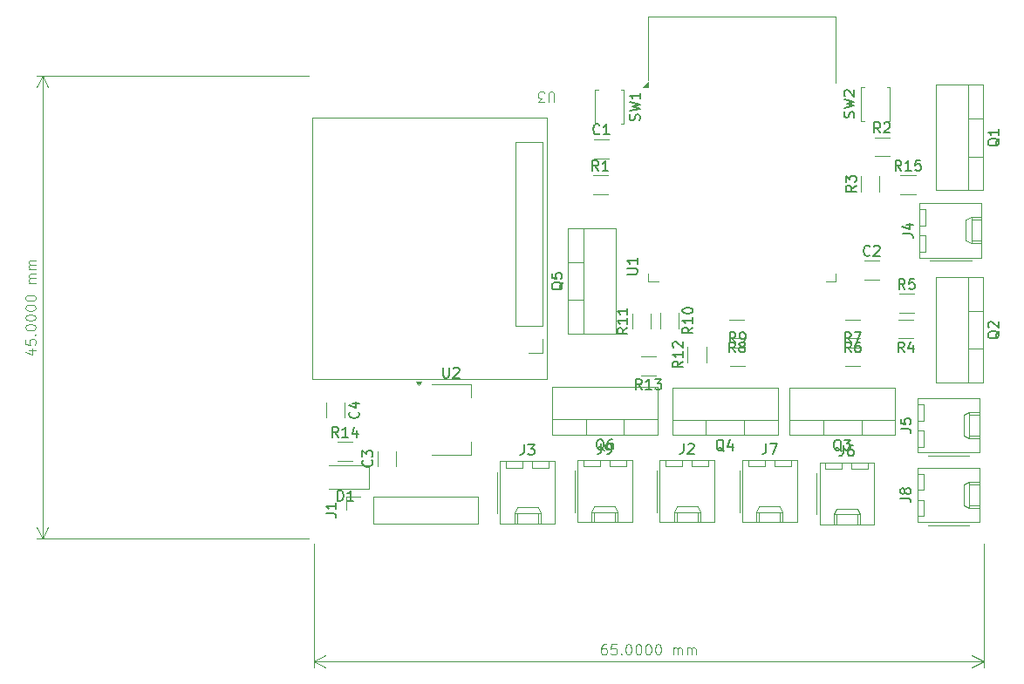
<source format=gbr>
%TF.GenerationSoftware,KiCad,Pcbnew,8.0.5-8.0.5-0~ubuntu22.04.1*%
%TF.CreationDate,2025-05-20T11:09:25+05:30*%
%TF.ProjectId,esp32_nichrome_wire,65737033-325f-46e6-9963-68726f6d655f,rev?*%
%TF.SameCoordinates,Original*%
%TF.FileFunction,Legend,Top*%
%TF.FilePolarity,Positive*%
%FSLAX46Y46*%
G04 Gerber Fmt 4.6, Leading zero omitted, Abs format (unit mm)*
G04 Created by KiCad (PCBNEW 8.0.5-8.0.5-0~ubuntu22.04.1) date 2025-05-20 11:09:25*
%MOMM*%
%LPD*%
G01*
G04 APERTURE LIST*
%ADD10C,0.100000*%
%ADD11C,0.150000*%
%ADD12C,0.120000*%
G04 APERTURE END LIST*
D10*
X-60407856Y-74107419D02*
X-60598332Y-74107419D01*
X-60598332Y-74107419D02*
X-60693570Y-74155038D01*
X-60693570Y-74155038D02*
X-60741189Y-74202657D01*
X-60741189Y-74202657D02*
X-60836427Y-74345514D01*
X-60836427Y-74345514D02*
X-60884046Y-74535990D01*
X-60884046Y-74535990D02*
X-60884046Y-74916942D01*
X-60884046Y-74916942D02*
X-60836427Y-75012180D01*
X-60836427Y-75012180D02*
X-60788808Y-75059800D01*
X-60788808Y-75059800D02*
X-60693570Y-75107419D01*
X-60693570Y-75107419D02*
X-60503094Y-75107419D01*
X-60503094Y-75107419D02*
X-60407856Y-75059800D01*
X-60407856Y-75059800D02*
X-60360237Y-75012180D01*
X-60360237Y-75012180D02*
X-60312618Y-74916942D01*
X-60312618Y-74916942D02*
X-60312618Y-74678847D01*
X-60312618Y-74678847D02*
X-60360237Y-74583609D01*
X-60360237Y-74583609D02*
X-60407856Y-74535990D01*
X-60407856Y-74535990D02*
X-60503094Y-74488371D01*
X-60503094Y-74488371D02*
X-60693570Y-74488371D01*
X-60693570Y-74488371D02*
X-60788808Y-74535990D01*
X-60788808Y-74535990D02*
X-60836427Y-74583609D01*
X-60836427Y-74583609D02*
X-60884046Y-74678847D01*
X-59407856Y-74107419D02*
X-59884046Y-74107419D01*
X-59884046Y-74107419D02*
X-59931665Y-74583609D01*
X-59931665Y-74583609D02*
X-59884046Y-74535990D01*
X-59884046Y-74535990D02*
X-59788808Y-74488371D01*
X-59788808Y-74488371D02*
X-59550713Y-74488371D01*
X-59550713Y-74488371D02*
X-59455475Y-74535990D01*
X-59455475Y-74535990D02*
X-59407856Y-74583609D01*
X-59407856Y-74583609D02*
X-59360237Y-74678847D01*
X-59360237Y-74678847D02*
X-59360237Y-74916942D01*
X-59360237Y-74916942D02*
X-59407856Y-75012180D01*
X-59407856Y-75012180D02*
X-59455475Y-75059800D01*
X-59455475Y-75059800D02*
X-59550713Y-75107419D01*
X-59550713Y-75107419D02*
X-59788808Y-75107419D01*
X-59788808Y-75107419D02*
X-59884046Y-75059800D01*
X-59884046Y-75059800D02*
X-59931665Y-75012180D01*
X-58931665Y-75012180D02*
X-58884046Y-75059800D01*
X-58884046Y-75059800D02*
X-58931665Y-75107419D01*
X-58931665Y-75107419D02*
X-58979284Y-75059800D01*
X-58979284Y-75059800D02*
X-58931665Y-75012180D01*
X-58931665Y-75012180D02*
X-58931665Y-75107419D01*
X-58264999Y-74107419D02*
X-58169761Y-74107419D01*
X-58169761Y-74107419D02*
X-58074523Y-74155038D01*
X-58074523Y-74155038D02*
X-58026904Y-74202657D01*
X-58026904Y-74202657D02*
X-57979285Y-74297895D01*
X-57979285Y-74297895D02*
X-57931666Y-74488371D01*
X-57931666Y-74488371D02*
X-57931666Y-74726466D01*
X-57931666Y-74726466D02*
X-57979285Y-74916942D01*
X-57979285Y-74916942D02*
X-58026904Y-75012180D01*
X-58026904Y-75012180D02*
X-58074523Y-75059800D01*
X-58074523Y-75059800D02*
X-58169761Y-75107419D01*
X-58169761Y-75107419D02*
X-58264999Y-75107419D01*
X-58264999Y-75107419D02*
X-58360237Y-75059800D01*
X-58360237Y-75059800D02*
X-58407856Y-75012180D01*
X-58407856Y-75012180D02*
X-58455475Y-74916942D01*
X-58455475Y-74916942D02*
X-58503094Y-74726466D01*
X-58503094Y-74726466D02*
X-58503094Y-74488371D01*
X-58503094Y-74488371D02*
X-58455475Y-74297895D01*
X-58455475Y-74297895D02*
X-58407856Y-74202657D01*
X-58407856Y-74202657D02*
X-58360237Y-74155038D01*
X-58360237Y-74155038D02*
X-58264999Y-74107419D01*
X-57312618Y-74107419D02*
X-57217380Y-74107419D01*
X-57217380Y-74107419D02*
X-57122142Y-74155038D01*
X-57122142Y-74155038D02*
X-57074523Y-74202657D01*
X-57074523Y-74202657D02*
X-57026904Y-74297895D01*
X-57026904Y-74297895D02*
X-56979285Y-74488371D01*
X-56979285Y-74488371D02*
X-56979285Y-74726466D01*
X-56979285Y-74726466D02*
X-57026904Y-74916942D01*
X-57026904Y-74916942D02*
X-57074523Y-75012180D01*
X-57074523Y-75012180D02*
X-57122142Y-75059800D01*
X-57122142Y-75059800D02*
X-57217380Y-75107419D01*
X-57217380Y-75107419D02*
X-57312618Y-75107419D01*
X-57312618Y-75107419D02*
X-57407856Y-75059800D01*
X-57407856Y-75059800D02*
X-57455475Y-75012180D01*
X-57455475Y-75012180D02*
X-57503094Y-74916942D01*
X-57503094Y-74916942D02*
X-57550713Y-74726466D01*
X-57550713Y-74726466D02*
X-57550713Y-74488371D01*
X-57550713Y-74488371D02*
X-57503094Y-74297895D01*
X-57503094Y-74297895D02*
X-57455475Y-74202657D01*
X-57455475Y-74202657D02*
X-57407856Y-74155038D01*
X-57407856Y-74155038D02*
X-57312618Y-74107419D01*
X-56360237Y-74107419D02*
X-56264999Y-74107419D01*
X-56264999Y-74107419D02*
X-56169761Y-74155038D01*
X-56169761Y-74155038D02*
X-56122142Y-74202657D01*
X-56122142Y-74202657D02*
X-56074523Y-74297895D01*
X-56074523Y-74297895D02*
X-56026904Y-74488371D01*
X-56026904Y-74488371D02*
X-56026904Y-74726466D01*
X-56026904Y-74726466D02*
X-56074523Y-74916942D01*
X-56074523Y-74916942D02*
X-56122142Y-75012180D01*
X-56122142Y-75012180D02*
X-56169761Y-75059800D01*
X-56169761Y-75059800D02*
X-56264999Y-75107419D01*
X-56264999Y-75107419D02*
X-56360237Y-75107419D01*
X-56360237Y-75107419D02*
X-56455475Y-75059800D01*
X-56455475Y-75059800D02*
X-56503094Y-75012180D01*
X-56503094Y-75012180D02*
X-56550713Y-74916942D01*
X-56550713Y-74916942D02*
X-56598332Y-74726466D01*
X-56598332Y-74726466D02*
X-56598332Y-74488371D01*
X-56598332Y-74488371D02*
X-56550713Y-74297895D01*
X-56550713Y-74297895D02*
X-56503094Y-74202657D01*
X-56503094Y-74202657D02*
X-56455475Y-74155038D01*
X-56455475Y-74155038D02*
X-56360237Y-74107419D01*
X-55407856Y-74107419D02*
X-55312618Y-74107419D01*
X-55312618Y-74107419D02*
X-55217380Y-74155038D01*
X-55217380Y-74155038D02*
X-55169761Y-74202657D01*
X-55169761Y-74202657D02*
X-55122142Y-74297895D01*
X-55122142Y-74297895D02*
X-55074523Y-74488371D01*
X-55074523Y-74488371D02*
X-55074523Y-74726466D01*
X-55074523Y-74726466D02*
X-55122142Y-74916942D01*
X-55122142Y-74916942D02*
X-55169761Y-75012180D01*
X-55169761Y-75012180D02*
X-55217380Y-75059800D01*
X-55217380Y-75059800D02*
X-55312618Y-75107419D01*
X-55312618Y-75107419D02*
X-55407856Y-75107419D01*
X-55407856Y-75107419D02*
X-55503094Y-75059800D01*
X-55503094Y-75059800D02*
X-55550713Y-75012180D01*
X-55550713Y-75012180D02*
X-55598332Y-74916942D01*
X-55598332Y-74916942D02*
X-55645951Y-74726466D01*
X-55645951Y-74726466D02*
X-55645951Y-74488371D01*
X-55645951Y-74488371D02*
X-55598332Y-74297895D01*
X-55598332Y-74297895D02*
X-55550713Y-74202657D01*
X-55550713Y-74202657D02*
X-55503094Y-74155038D01*
X-55503094Y-74155038D02*
X-55407856Y-74107419D01*
X-53884046Y-75107419D02*
X-53884046Y-74440752D01*
X-53884046Y-74535990D02*
X-53836427Y-74488371D01*
X-53836427Y-74488371D02*
X-53741189Y-74440752D01*
X-53741189Y-74440752D02*
X-53598332Y-74440752D01*
X-53598332Y-74440752D02*
X-53503094Y-74488371D01*
X-53503094Y-74488371D02*
X-53455475Y-74583609D01*
X-53455475Y-74583609D02*
X-53455475Y-75107419D01*
X-53455475Y-74583609D02*
X-53407856Y-74488371D01*
X-53407856Y-74488371D02*
X-53312618Y-74440752D01*
X-53312618Y-74440752D02*
X-53169761Y-74440752D01*
X-53169761Y-74440752D02*
X-53074522Y-74488371D01*
X-53074522Y-74488371D02*
X-53026903Y-74583609D01*
X-53026903Y-74583609D02*
X-53026903Y-75107419D01*
X-52550713Y-75107419D02*
X-52550713Y-74440752D01*
X-52550713Y-74535990D02*
X-52503094Y-74488371D01*
X-52503094Y-74488371D02*
X-52407856Y-74440752D01*
X-52407856Y-74440752D02*
X-52264999Y-74440752D01*
X-52264999Y-74440752D02*
X-52169761Y-74488371D01*
X-52169761Y-74488371D02*
X-52122142Y-74583609D01*
X-52122142Y-74583609D02*
X-52122142Y-75107419D01*
X-52122142Y-74583609D02*
X-52074523Y-74488371D01*
X-52074523Y-74488371D02*
X-51979285Y-74440752D01*
X-51979285Y-74440752D02*
X-51836428Y-74440752D01*
X-51836428Y-74440752D02*
X-51741189Y-74488371D01*
X-51741189Y-74488371D02*
X-51693570Y-74583609D01*
X-51693570Y-74583609D02*
X-51693570Y-75107419D01*
X-88765000Y-64365000D02*
X-88765000Y-76336420D01*
X-23765000Y-64365000D02*
X-23765000Y-76336420D01*
X-88765000Y-75750000D02*
X-23765000Y-75750000D01*
X-88765000Y-75750000D02*
X-23765000Y-75750000D01*
X-88765000Y-75750000D02*
X-87638496Y-75163579D01*
X-88765000Y-75750000D02*
X-87638496Y-76336421D01*
X-23765000Y-75750000D02*
X-24891504Y-76336421D01*
X-23765000Y-75750000D02*
X-24891504Y-75163579D01*
X-116434247Y-45507856D02*
X-115767580Y-45507856D01*
X-116815200Y-45745951D02*
X-116100914Y-45984046D01*
X-116100914Y-45984046D02*
X-116100914Y-45364999D01*
X-116767580Y-44507856D02*
X-116767580Y-44984046D01*
X-116767580Y-44984046D02*
X-116291390Y-45031665D01*
X-116291390Y-45031665D02*
X-116339009Y-44984046D01*
X-116339009Y-44984046D02*
X-116386628Y-44888808D01*
X-116386628Y-44888808D02*
X-116386628Y-44650713D01*
X-116386628Y-44650713D02*
X-116339009Y-44555475D01*
X-116339009Y-44555475D02*
X-116291390Y-44507856D01*
X-116291390Y-44507856D02*
X-116196152Y-44460237D01*
X-116196152Y-44460237D02*
X-115958057Y-44460237D01*
X-115958057Y-44460237D02*
X-115862819Y-44507856D01*
X-115862819Y-44507856D02*
X-115815200Y-44555475D01*
X-115815200Y-44555475D02*
X-115767580Y-44650713D01*
X-115767580Y-44650713D02*
X-115767580Y-44888808D01*
X-115767580Y-44888808D02*
X-115815200Y-44984046D01*
X-115815200Y-44984046D02*
X-115862819Y-45031665D01*
X-115862819Y-44031665D02*
X-115815200Y-43984046D01*
X-115815200Y-43984046D02*
X-115767580Y-44031665D01*
X-115767580Y-44031665D02*
X-115815200Y-44079284D01*
X-115815200Y-44079284D02*
X-115862819Y-44031665D01*
X-115862819Y-44031665D02*
X-115767580Y-44031665D01*
X-116767580Y-43364999D02*
X-116767580Y-43269761D01*
X-116767580Y-43269761D02*
X-116719961Y-43174523D01*
X-116719961Y-43174523D02*
X-116672342Y-43126904D01*
X-116672342Y-43126904D02*
X-116577104Y-43079285D01*
X-116577104Y-43079285D02*
X-116386628Y-43031666D01*
X-116386628Y-43031666D02*
X-116148533Y-43031666D01*
X-116148533Y-43031666D02*
X-115958057Y-43079285D01*
X-115958057Y-43079285D02*
X-115862819Y-43126904D01*
X-115862819Y-43126904D02*
X-115815200Y-43174523D01*
X-115815200Y-43174523D02*
X-115767580Y-43269761D01*
X-115767580Y-43269761D02*
X-115767580Y-43364999D01*
X-115767580Y-43364999D02*
X-115815200Y-43460237D01*
X-115815200Y-43460237D02*
X-115862819Y-43507856D01*
X-115862819Y-43507856D02*
X-115958057Y-43555475D01*
X-115958057Y-43555475D02*
X-116148533Y-43603094D01*
X-116148533Y-43603094D02*
X-116386628Y-43603094D01*
X-116386628Y-43603094D02*
X-116577104Y-43555475D01*
X-116577104Y-43555475D02*
X-116672342Y-43507856D01*
X-116672342Y-43507856D02*
X-116719961Y-43460237D01*
X-116719961Y-43460237D02*
X-116767580Y-43364999D01*
X-116767580Y-42412618D02*
X-116767580Y-42317380D01*
X-116767580Y-42317380D02*
X-116719961Y-42222142D01*
X-116719961Y-42222142D02*
X-116672342Y-42174523D01*
X-116672342Y-42174523D02*
X-116577104Y-42126904D01*
X-116577104Y-42126904D02*
X-116386628Y-42079285D01*
X-116386628Y-42079285D02*
X-116148533Y-42079285D01*
X-116148533Y-42079285D02*
X-115958057Y-42126904D01*
X-115958057Y-42126904D02*
X-115862819Y-42174523D01*
X-115862819Y-42174523D02*
X-115815200Y-42222142D01*
X-115815200Y-42222142D02*
X-115767580Y-42317380D01*
X-115767580Y-42317380D02*
X-115767580Y-42412618D01*
X-115767580Y-42412618D02*
X-115815200Y-42507856D01*
X-115815200Y-42507856D02*
X-115862819Y-42555475D01*
X-115862819Y-42555475D02*
X-115958057Y-42603094D01*
X-115958057Y-42603094D02*
X-116148533Y-42650713D01*
X-116148533Y-42650713D02*
X-116386628Y-42650713D01*
X-116386628Y-42650713D02*
X-116577104Y-42603094D01*
X-116577104Y-42603094D02*
X-116672342Y-42555475D01*
X-116672342Y-42555475D02*
X-116719961Y-42507856D01*
X-116719961Y-42507856D02*
X-116767580Y-42412618D01*
X-116767580Y-41460237D02*
X-116767580Y-41364999D01*
X-116767580Y-41364999D02*
X-116719961Y-41269761D01*
X-116719961Y-41269761D02*
X-116672342Y-41222142D01*
X-116672342Y-41222142D02*
X-116577104Y-41174523D01*
X-116577104Y-41174523D02*
X-116386628Y-41126904D01*
X-116386628Y-41126904D02*
X-116148533Y-41126904D01*
X-116148533Y-41126904D02*
X-115958057Y-41174523D01*
X-115958057Y-41174523D02*
X-115862819Y-41222142D01*
X-115862819Y-41222142D02*
X-115815200Y-41269761D01*
X-115815200Y-41269761D02*
X-115767580Y-41364999D01*
X-115767580Y-41364999D02*
X-115767580Y-41460237D01*
X-115767580Y-41460237D02*
X-115815200Y-41555475D01*
X-115815200Y-41555475D02*
X-115862819Y-41603094D01*
X-115862819Y-41603094D02*
X-115958057Y-41650713D01*
X-115958057Y-41650713D02*
X-116148533Y-41698332D01*
X-116148533Y-41698332D02*
X-116386628Y-41698332D01*
X-116386628Y-41698332D02*
X-116577104Y-41650713D01*
X-116577104Y-41650713D02*
X-116672342Y-41603094D01*
X-116672342Y-41603094D02*
X-116719961Y-41555475D01*
X-116719961Y-41555475D02*
X-116767580Y-41460237D01*
X-116767580Y-40507856D02*
X-116767580Y-40412618D01*
X-116767580Y-40412618D02*
X-116719961Y-40317380D01*
X-116719961Y-40317380D02*
X-116672342Y-40269761D01*
X-116672342Y-40269761D02*
X-116577104Y-40222142D01*
X-116577104Y-40222142D02*
X-116386628Y-40174523D01*
X-116386628Y-40174523D02*
X-116148533Y-40174523D01*
X-116148533Y-40174523D02*
X-115958057Y-40222142D01*
X-115958057Y-40222142D02*
X-115862819Y-40269761D01*
X-115862819Y-40269761D02*
X-115815200Y-40317380D01*
X-115815200Y-40317380D02*
X-115767580Y-40412618D01*
X-115767580Y-40412618D02*
X-115767580Y-40507856D01*
X-115767580Y-40507856D02*
X-115815200Y-40603094D01*
X-115815200Y-40603094D02*
X-115862819Y-40650713D01*
X-115862819Y-40650713D02*
X-115958057Y-40698332D01*
X-115958057Y-40698332D02*
X-116148533Y-40745951D01*
X-116148533Y-40745951D02*
X-116386628Y-40745951D01*
X-116386628Y-40745951D02*
X-116577104Y-40698332D01*
X-116577104Y-40698332D02*
X-116672342Y-40650713D01*
X-116672342Y-40650713D02*
X-116719961Y-40603094D01*
X-116719961Y-40603094D02*
X-116767580Y-40507856D01*
X-115767580Y-38984046D02*
X-116434247Y-38984046D01*
X-116339009Y-38984046D02*
X-116386628Y-38936427D01*
X-116386628Y-38936427D02*
X-116434247Y-38841189D01*
X-116434247Y-38841189D02*
X-116434247Y-38698332D01*
X-116434247Y-38698332D02*
X-116386628Y-38603094D01*
X-116386628Y-38603094D02*
X-116291390Y-38555475D01*
X-116291390Y-38555475D02*
X-115767580Y-38555475D01*
X-116291390Y-38555475D02*
X-116386628Y-38507856D01*
X-116386628Y-38507856D02*
X-116434247Y-38412618D01*
X-116434247Y-38412618D02*
X-116434247Y-38269761D01*
X-116434247Y-38269761D02*
X-116386628Y-38174522D01*
X-116386628Y-38174522D02*
X-116291390Y-38126903D01*
X-116291390Y-38126903D02*
X-115767580Y-38126903D01*
X-115767580Y-37650713D02*
X-116434247Y-37650713D01*
X-116339009Y-37650713D02*
X-116386628Y-37603094D01*
X-116386628Y-37603094D02*
X-116434247Y-37507856D01*
X-116434247Y-37507856D02*
X-116434247Y-37364999D01*
X-116434247Y-37364999D02*
X-116386628Y-37269761D01*
X-116386628Y-37269761D02*
X-116291390Y-37222142D01*
X-116291390Y-37222142D02*
X-115767580Y-37222142D01*
X-116291390Y-37222142D02*
X-116386628Y-37174523D01*
X-116386628Y-37174523D02*
X-116434247Y-37079285D01*
X-116434247Y-37079285D02*
X-116434247Y-36936428D01*
X-116434247Y-36936428D02*
X-116386628Y-36841189D01*
X-116386628Y-36841189D02*
X-116291390Y-36793570D01*
X-116291390Y-36793570D02*
X-115767580Y-36793570D01*
X-89265000Y-18865000D02*
X-115711420Y-18865000D01*
X-89265000Y-63865000D02*
X-115711420Y-63865000D01*
X-115125000Y-18865000D02*
X-115125000Y-63865000D01*
X-115125000Y-18865000D02*
X-115125000Y-63865000D01*
X-115125000Y-18865000D02*
X-114538579Y-19991504D01*
X-115125000Y-18865000D02*
X-115711421Y-19991504D01*
X-115125000Y-63865000D02*
X-115711421Y-62738496D01*
X-115125000Y-63865000D02*
X-114538579Y-62738496D01*
D11*
X-68368333Y-54699819D02*
X-68368333Y-55414104D01*
X-68368333Y-55414104D02*
X-68415952Y-55556961D01*
X-68415952Y-55556961D02*
X-68511190Y-55652200D01*
X-68511190Y-55652200D02*
X-68654047Y-55699819D01*
X-68654047Y-55699819D02*
X-68749285Y-55699819D01*
X-67987380Y-54699819D02*
X-67368333Y-54699819D01*
X-67368333Y-54699819D02*
X-67701666Y-55080771D01*
X-67701666Y-55080771D02*
X-67558809Y-55080771D01*
X-67558809Y-55080771D02*
X-67463571Y-55128390D01*
X-67463571Y-55128390D02*
X-67415952Y-55176009D01*
X-67415952Y-55176009D02*
X-67368333Y-55271247D01*
X-67368333Y-55271247D02*
X-67368333Y-55509342D01*
X-67368333Y-55509342D02*
X-67415952Y-55604580D01*
X-67415952Y-55604580D02*
X-67463571Y-55652200D01*
X-67463571Y-55652200D02*
X-67558809Y-55699819D01*
X-67558809Y-55699819D02*
X-67844523Y-55699819D01*
X-67844523Y-55699819D02*
X-67939761Y-55652200D01*
X-67939761Y-55652200D02*
X-67987380Y-55604580D01*
X-48960238Y-55340057D02*
X-49055476Y-55292438D01*
X-49055476Y-55292438D02*
X-49150714Y-55197200D01*
X-49150714Y-55197200D02*
X-49293571Y-55054342D01*
X-49293571Y-55054342D02*
X-49388809Y-55006723D01*
X-49388809Y-55006723D02*
X-49484047Y-55006723D01*
X-49436428Y-55244819D02*
X-49531666Y-55197200D01*
X-49531666Y-55197200D02*
X-49626904Y-55101961D01*
X-49626904Y-55101961D02*
X-49674523Y-54911485D01*
X-49674523Y-54911485D02*
X-49674523Y-54578152D01*
X-49674523Y-54578152D02*
X-49626904Y-54387676D01*
X-49626904Y-54387676D02*
X-49531666Y-54292438D01*
X-49531666Y-54292438D02*
X-49436428Y-54244819D01*
X-49436428Y-54244819D02*
X-49245952Y-54244819D01*
X-49245952Y-54244819D02*
X-49150714Y-54292438D01*
X-49150714Y-54292438D02*
X-49055476Y-54387676D01*
X-49055476Y-54387676D02*
X-49007857Y-54578152D01*
X-49007857Y-54578152D02*
X-49007857Y-54911485D01*
X-49007857Y-54911485D02*
X-49055476Y-55101961D01*
X-49055476Y-55101961D02*
X-49150714Y-55197200D01*
X-49150714Y-55197200D02*
X-49245952Y-55244819D01*
X-49245952Y-55244819D02*
X-49436428Y-55244819D01*
X-48150714Y-54578152D02*
X-48150714Y-55244819D01*
X-48388809Y-54197200D02*
X-48626904Y-54911485D01*
X-48626904Y-54911485D02*
X-48007857Y-54911485D01*
X-34794166Y-36274580D02*
X-34841785Y-36322200D01*
X-34841785Y-36322200D02*
X-34984642Y-36369819D01*
X-34984642Y-36369819D02*
X-35079880Y-36369819D01*
X-35079880Y-36369819D02*
X-35222737Y-36322200D01*
X-35222737Y-36322200D02*
X-35317975Y-36226961D01*
X-35317975Y-36226961D02*
X-35365594Y-36131723D01*
X-35365594Y-36131723D02*
X-35413213Y-35941247D01*
X-35413213Y-35941247D02*
X-35413213Y-35798390D01*
X-35413213Y-35798390D02*
X-35365594Y-35607914D01*
X-35365594Y-35607914D02*
X-35317975Y-35512676D01*
X-35317975Y-35512676D02*
X-35222737Y-35417438D01*
X-35222737Y-35417438D02*
X-35079880Y-35369819D01*
X-35079880Y-35369819D02*
X-34984642Y-35369819D01*
X-34984642Y-35369819D02*
X-34841785Y-35417438D01*
X-34841785Y-35417438D02*
X-34794166Y-35465057D01*
X-34413213Y-35465057D02*
X-34365594Y-35417438D01*
X-34365594Y-35417438D02*
X-34270356Y-35369819D01*
X-34270356Y-35369819D02*
X-34032261Y-35369819D01*
X-34032261Y-35369819D02*
X-33937023Y-35417438D01*
X-33937023Y-35417438D02*
X-33889404Y-35465057D01*
X-33889404Y-35465057D02*
X-33841785Y-35560295D01*
X-33841785Y-35560295D02*
X-33841785Y-35655533D01*
X-33841785Y-35655533D02*
X-33889404Y-35798390D01*
X-33889404Y-35798390D02*
X-34460832Y-36369819D01*
X-34460832Y-36369819D02*
X-33841785Y-36369819D01*
X-60868333Y-54599819D02*
X-60868333Y-55314104D01*
X-60868333Y-55314104D02*
X-60915952Y-55456961D01*
X-60915952Y-55456961D02*
X-61011190Y-55552200D01*
X-61011190Y-55552200D02*
X-61154047Y-55599819D01*
X-61154047Y-55599819D02*
X-61249285Y-55599819D01*
X-60344523Y-55599819D02*
X-60154047Y-55599819D01*
X-60154047Y-55599819D02*
X-60058809Y-55552200D01*
X-60058809Y-55552200D02*
X-60011190Y-55504580D01*
X-60011190Y-55504580D02*
X-59915952Y-55361723D01*
X-59915952Y-55361723D02*
X-59868333Y-55171247D01*
X-59868333Y-55171247D02*
X-59868333Y-54790295D01*
X-59868333Y-54790295D02*
X-59915952Y-54695057D01*
X-59915952Y-54695057D02*
X-59963571Y-54647438D01*
X-59963571Y-54647438D02*
X-60058809Y-54599819D01*
X-60058809Y-54599819D02*
X-60249285Y-54599819D01*
X-60249285Y-54599819D02*
X-60344523Y-54647438D01*
X-60344523Y-54647438D02*
X-60392142Y-54695057D01*
X-60392142Y-54695057D02*
X-60439761Y-54790295D01*
X-60439761Y-54790295D02*
X-60439761Y-55028390D01*
X-60439761Y-55028390D02*
X-60392142Y-55123628D01*
X-60392142Y-55123628D02*
X-60344523Y-55171247D01*
X-60344523Y-55171247D02*
X-60249285Y-55218866D01*
X-60249285Y-55218866D02*
X-60058809Y-55218866D01*
X-60058809Y-55218866D02*
X-59963571Y-55171247D01*
X-59963571Y-55171247D02*
X-59915952Y-55123628D01*
X-59915952Y-55123628D02*
X-59868333Y-55028390D01*
X-36631666Y-44799819D02*
X-36964999Y-44323628D01*
X-37203094Y-44799819D02*
X-37203094Y-43799819D01*
X-37203094Y-43799819D02*
X-36822142Y-43799819D01*
X-36822142Y-43799819D02*
X-36726904Y-43847438D01*
X-36726904Y-43847438D02*
X-36679285Y-43895057D01*
X-36679285Y-43895057D02*
X-36631666Y-43990295D01*
X-36631666Y-43990295D02*
X-36631666Y-44133152D01*
X-36631666Y-44133152D02*
X-36679285Y-44228390D01*
X-36679285Y-44228390D02*
X-36726904Y-44276009D01*
X-36726904Y-44276009D02*
X-36822142Y-44323628D01*
X-36822142Y-44323628D02*
X-37203094Y-44323628D01*
X-36298332Y-43799819D02*
X-35631666Y-43799819D01*
X-35631666Y-43799819D02*
X-36060237Y-44799819D01*
X-31810180Y-53168333D02*
X-31095895Y-53168333D01*
X-31095895Y-53168333D02*
X-30953038Y-53215952D01*
X-30953038Y-53215952D02*
X-30857800Y-53311190D01*
X-30857800Y-53311190D02*
X-30810180Y-53454047D01*
X-30810180Y-53454047D02*
X-30810180Y-53549285D01*
X-31810180Y-52215952D02*
X-31810180Y-52692142D01*
X-31810180Y-52692142D02*
X-31333990Y-52739761D01*
X-31333990Y-52739761D02*
X-31381609Y-52692142D01*
X-31381609Y-52692142D02*
X-31429228Y-52596904D01*
X-31429228Y-52596904D02*
X-31429228Y-52358809D01*
X-31429228Y-52358809D02*
X-31381609Y-52263571D01*
X-31381609Y-52263571D02*
X-31333990Y-52215952D01*
X-31333990Y-52215952D02*
X-31238752Y-52168333D01*
X-31238752Y-52168333D02*
X-31000657Y-52168333D01*
X-31000657Y-52168333D02*
X-30905419Y-52215952D01*
X-30905419Y-52215952D02*
X-30857800Y-52263571D01*
X-30857800Y-52263571D02*
X-30810180Y-52358809D01*
X-30810180Y-52358809D02*
X-30810180Y-52596904D01*
X-30810180Y-52596904D02*
X-30857800Y-52692142D01*
X-30857800Y-52692142D02*
X-30905419Y-52739761D01*
X-31469166Y-45739819D02*
X-31802499Y-45263628D01*
X-32040594Y-45739819D02*
X-32040594Y-44739819D01*
X-32040594Y-44739819D02*
X-31659642Y-44739819D01*
X-31659642Y-44739819D02*
X-31564404Y-44787438D01*
X-31564404Y-44787438D02*
X-31516785Y-44835057D01*
X-31516785Y-44835057D02*
X-31469166Y-44930295D01*
X-31469166Y-44930295D02*
X-31469166Y-45073152D01*
X-31469166Y-45073152D02*
X-31516785Y-45168390D01*
X-31516785Y-45168390D02*
X-31564404Y-45216009D01*
X-31564404Y-45216009D02*
X-31659642Y-45263628D01*
X-31659642Y-45263628D02*
X-32040594Y-45263628D01*
X-30612023Y-45073152D02*
X-30612023Y-45739819D01*
X-30850118Y-44692200D02*
X-31088213Y-45406485D01*
X-31088213Y-45406485D02*
X-30469166Y-45406485D01*
X-76226904Y-47219819D02*
X-76226904Y-48029342D01*
X-76226904Y-48029342D02*
X-76179285Y-48124580D01*
X-76179285Y-48124580D02*
X-76131666Y-48172200D01*
X-76131666Y-48172200D02*
X-76036428Y-48219819D01*
X-76036428Y-48219819D02*
X-75845952Y-48219819D01*
X-75845952Y-48219819D02*
X-75750714Y-48172200D01*
X-75750714Y-48172200D02*
X-75703095Y-48124580D01*
X-75703095Y-48124580D02*
X-75655476Y-48029342D01*
X-75655476Y-48029342D02*
X-75655476Y-47219819D01*
X-75226904Y-47315057D02*
X-75179285Y-47267438D01*
X-75179285Y-47267438D02*
X-75084047Y-47219819D01*
X-75084047Y-47219819D02*
X-74845952Y-47219819D01*
X-74845952Y-47219819D02*
X-74750714Y-47267438D01*
X-74750714Y-47267438D02*
X-74703095Y-47315057D01*
X-74703095Y-47315057D02*
X-74655476Y-47410295D01*
X-74655476Y-47410295D02*
X-74655476Y-47505533D01*
X-74655476Y-47505533D02*
X-74703095Y-47648390D01*
X-74703095Y-47648390D02*
X-75274523Y-48219819D01*
X-75274523Y-48219819D02*
X-74655476Y-48219819D01*
X-60600238Y-55285057D02*
X-60695476Y-55237438D01*
X-60695476Y-55237438D02*
X-60790714Y-55142200D01*
X-60790714Y-55142200D02*
X-60933571Y-54999342D01*
X-60933571Y-54999342D02*
X-61028809Y-54951723D01*
X-61028809Y-54951723D02*
X-61124047Y-54951723D01*
X-61076428Y-55189819D02*
X-61171666Y-55142200D01*
X-61171666Y-55142200D02*
X-61266904Y-55046961D01*
X-61266904Y-55046961D02*
X-61314523Y-54856485D01*
X-61314523Y-54856485D02*
X-61314523Y-54523152D01*
X-61314523Y-54523152D02*
X-61266904Y-54332676D01*
X-61266904Y-54332676D02*
X-61171666Y-54237438D01*
X-61171666Y-54237438D02*
X-61076428Y-54189819D01*
X-61076428Y-54189819D02*
X-60885952Y-54189819D01*
X-60885952Y-54189819D02*
X-60790714Y-54237438D01*
X-60790714Y-54237438D02*
X-60695476Y-54332676D01*
X-60695476Y-54332676D02*
X-60647857Y-54523152D01*
X-60647857Y-54523152D02*
X-60647857Y-54856485D01*
X-60647857Y-54856485D02*
X-60695476Y-55046961D01*
X-60695476Y-55046961D02*
X-60790714Y-55142200D01*
X-60790714Y-55142200D02*
X-60885952Y-55189819D01*
X-60885952Y-55189819D02*
X-61076428Y-55189819D01*
X-59790714Y-54189819D02*
X-59981190Y-54189819D01*
X-59981190Y-54189819D02*
X-60076428Y-54237438D01*
X-60076428Y-54237438D02*
X-60124047Y-54285057D01*
X-60124047Y-54285057D02*
X-60219285Y-54427914D01*
X-60219285Y-54427914D02*
X-60266904Y-54618390D01*
X-60266904Y-54618390D02*
X-60266904Y-54999342D01*
X-60266904Y-54999342D02*
X-60219285Y-55094580D01*
X-60219285Y-55094580D02*
X-60171666Y-55142200D01*
X-60171666Y-55142200D02*
X-60076428Y-55189819D01*
X-60076428Y-55189819D02*
X-59885952Y-55189819D01*
X-59885952Y-55189819D02*
X-59790714Y-55142200D01*
X-59790714Y-55142200D02*
X-59743095Y-55094580D01*
X-59743095Y-55094580D02*
X-59695476Y-54999342D01*
X-59695476Y-54999342D02*
X-59695476Y-54761247D01*
X-59695476Y-54761247D02*
X-59743095Y-54666009D01*
X-59743095Y-54666009D02*
X-59790714Y-54618390D01*
X-59790714Y-54618390D02*
X-59885952Y-54570771D01*
X-59885952Y-54570771D02*
X-60076428Y-54570771D01*
X-60076428Y-54570771D02*
X-60171666Y-54618390D01*
X-60171666Y-54618390D02*
X-60219285Y-54666009D01*
X-60219285Y-54666009D02*
X-60266904Y-54761247D01*
X-31742857Y-28084819D02*
X-32076190Y-27608628D01*
X-32314285Y-28084819D02*
X-32314285Y-27084819D01*
X-32314285Y-27084819D02*
X-31933333Y-27084819D01*
X-31933333Y-27084819D02*
X-31838095Y-27132438D01*
X-31838095Y-27132438D02*
X-31790476Y-27180057D01*
X-31790476Y-27180057D02*
X-31742857Y-27275295D01*
X-31742857Y-27275295D02*
X-31742857Y-27418152D01*
X-31742857Y-27418152D02*
X-31790476Y-27513390D01*
X-31790476Y-27513390D02*
X-31838095Y-27561009D01*
X-31838095Y-27561009D02*
X-31933333Y-27608628D01*
X-31933333Y-27608628D02*
X-32314285Y-27608628D01*
X-30790476Y-28084819D02*
X-31361904Y-28084819D01*
X-31076190Y-28084819D02*
X-31076190Y-27084819D01*
X-31076190Y-27084819D02*
X-31171428Y-27227676D01*
X-31171428Y-27227676D02*
X-31266666Y-27322914D01*
X-31266666Y-27322914D02*
X-31361904Y-27370533D01*
X-29885714Y-27084819D02*
X-30361904Y-27084819D01*
X-30361904Y-27084819D02*
X-30409523Y-27561009D01*
X-30409523Y-27561009D02*
X-30361904Y-27513390D01*
X-30361904Y-27513390D02*
X-30266666Y-27465771D01*
X-30266666Y-27465771D02*
X-30028571Y-27465771D01*
X-30028571Y-27465771D02*
X-29933333Y-27513390D01*
X-29933333Y-27513390D02*
X-29885714Y-27561009D01*
X-29885714Y-27561009D02*
X-29838095Y-27656247D01*
X-29838095Y-27656247D02*
X-29838095Y-27894342D01*
X-29838095Y-27894342D02*
X-29885714Y-27989580D01*
X-29885714Y-27989580D02*
X-29933333Y-28037200D01*
X-29933333Y-28037200D02*
X-30028571Y-28084819D01*
X-30028571Y-28084819D02*
X-30266666Y-28084819D01*
X-30266666Y-28084819D02*
X-30361904Y-28037200D01*
X-30361904Y-28037200D02*
X-30409523Y-27989580D01*
X-44868333Y-54599819D02*
X-44868333Y-55314104D01*
X-44868333Y-55314104D02*
X-44915952Y-55456961D01*
X-44915952Y-55456961D02*
X-45011190Y-55552200D01*
X-45011190Y-55552200D02*
X-45154047Y-55599819D01*
X-45154047Y-55599819D02*
X-45249285Y-55599819D01*
X-44487380Y-54599819D02*
X-43820714Y-54599819D01*
X-43820714Y-54599819D02*
X-44249285Y-55599819D01*
X-84455419Y-51531666D02*
X-84407800Y-51579285D01*
X-84407800Y-51579285D02*
X-84360180Y-51722142D01*
X-84360180Y-51722142D02*
X-84360180Y-51817380D01*
X-84360180Y-51817380D02*
X-84407800Y-51960237D01*
X-84407800Y-51960237D02*
X-84503038Y-52055475D01*
X-84503038Y-52055475D02*
X-84598276Y-52103094D01*
X-84598276Y-52103094D02*
X-84788752Y-52150713D01*
X-84788752Y-52150713D02*
X-84931609Y-52150713D01*
X-84931609Y-52150713D02*
X-85122085Y-52103094D01*
X-85122085Y-52103094D02*
X-85217323Y-52055475D01*
X-85217323Y-52055475D02*
X-85312561Y-51960237D01*
X-85312561Y-51960237D02*
X-85360180Y-51817380D01*
X-85360180Y-51817380D02*
X-85360180Y-51722142D01*
X-85360180Y-51722142D02*
X-85312561Y-51579285D01*
X-85312561Y-51579285D02*
X-85264942Y-51531666D01*
X-85026847Y-50674523D02*
X-84360180Y-50674523D01*
X-85407800Y-50912618D02*
X-84693514Y-51150713D01*
X-84693514Y-51150713D02*
X-84693514Y-50531666D01*
X-47831666Y-44799819D02*
X-48164999Y-44323628D01*
X-48403094Y-44799819D02*
X-48403094Y-43799819D01*
X-48403094Y-43799819D02*
X-48022142Y-43799819D01*
X-48022142Y-43799819D02*
X-47926904Y-43847438D01*
X-47926904Y-43847438D02*
X-47879285Y-43895057D01*
X-47879285Y-43895057D02*
X-47831666Y-43990295D01*
X-47831666Y-43990295D02*
X-47831666Y-44133152D01*
X-47831666Y-44133152D02*
X-47879285Y-44228390D01*
X-47879285Y-44228390D02*
X-47926904Y-44276009D01*
X-47926904Y-44276009D02*
X-48022142Y-44323628D01*
X-48022142Y-44323628D02*
X-48403094Y-44323628D01*
X-47355475Y-44799819D02*
X-47164999Y-44799819D01*
X-47164999Y-44799819D02*
X-47069761Y-44752200D01*
X-47069761Y-44752200D02*
X-47022142Y-44704580D01*
X-47022142Y-44704580D02*
X-46926904Y-44561723D01*
X-46926904Y-44561723D02*
X-46879285Y-44371247D01*
X-46879285Y-44371247D02*
X-46879285Y-43990295D01*
X-46879285Y-43990295D02*
X-46926904Y-43895057D01*
X-46926904Y-43895057D02*
X-46974523Y-43847438D01*
X-46974523Y-43847438D02*
X-47069761Y-43799819D01*
X-47069761Y-43799819D02*
X-47260237Y-43799819D01*
X-47260237Y-43799819D02*
X-47355475Y-43847438D01*
X-47355475Y-43847438D02*
X-47403094Y-43895057D01*
X-47403094Y-43895057D02*
X-47450713Y-43990295D01*
X-47450713Y-43990295D02*
X-47450713Y-44228390D01*
X-47450713Y-44228390D02*
X-47403094Y-44323628D01*
X-47403094Y-44323628D02*
X-47355475Y-44371247D01*
X-47355475Y-44371247D02*
X-47260237Y-44418866D01*
X-47260237Y-44418866D02*
X-47069761Y-44418866D01*
X-47069761Y-44418866D02*
X-46974523Y-44371247D01*
X-46974523Y-44371247D02*
X-46926904Y-44323628D01*
X-46926904Y-44323628D02*
X-46879285Y-44228390D01*
X-22224942Y-43660238D02*
X-22272561Y-43755476D01*
X-22272561Y-43755476D02*
X-22367800Y-43850714D01*
X-22367800Y-43850714D02*
X-22510657Y-43993571D01*
X-22510657Y-43993571D02*
X-22558276Y-44088809D01*
X-22558276Y-44088809D02*
X-22558276Y-44184047D01*
X-22320180Y-44136428D02*
X-22367800Y-44231666D01*
X-22367800Y-44231666D02*
X-22463038Y-44326904D01*
X-22463038Y-44326904D02*
X-22653514Y-44374523D01*
X-22653514Y-44374523D02*
X-22986847Y-44374523D01*
X-22986847Y-44374523D02*
X-23177323Y-44326904D01*
X-23177323Y-44326904D02*
X-23272561Y-44231666D01*
X-23272561Y-44231666D02*
X-23320180Y-44136428D01*
X-23320180Y-44136428D02*
X-23320180Y-43945952D01*
X-23320180Y-43945952D02*
X-23272561Y-43850714D01*
X-23272561Y-43850714D02*
X-23177323Y-43755476D01*
X-23177323Y-43755476D02*
X-22986847Y-43707857D01*
X-22986847Y-43707857D02*
X-22653514Y-43707857D01*
X-22653514Y-43707857D02*
X-22463038Y-43755476D01*
X-22463038Y-43755476D02*
X-22367800Y-43850714D01*
X-22367800Y-43850714D02*
X-22320180Y-43945952D01*
X-22320180Y-43945952D02*
X-22320180Y-44136428D01*
X-23224942Y-43326904D02*
X-23272561Y-43279285D01*
X-23272561Y-43279285D02*
X-23320180Y-43184047D01*
X-23320180Y-43184047D02*
X-23320180Y-42945952D01*
X-23320180Y-42945952D02*
X-23272561Y-42850714D01*
X-23272561Y-42850714D02*
X-23224942Y-42803095D01*
X-23224942Y-42803095D02*
X-23129704Y-42755476D01*
X-23129704Y-42755476D02*
X-23034466Y-42755476D01*
X-23034466Y-42755476D02*
X-22891609Y-42803095D01*
X-22891609Y-42803095D02*
X-22320180Y-43374523D01*
X-22320180Y-43374523D02*
X-22320180Y-42755476D01*
X-47869166Y-45739819D02*
X-48202499Y-45263628D01*
X-48440594Y-45739819D02*
X-48440594Y-44739819D01*
X-48440594Y-44739819D02*
X-48059642Y-44739819D01*
X-48059642Y-44739819D02*
X-47964404Y-44787438D01*
X-47964404Y-44787438D02*
X-47916785Y-44835057D01*
X-47916785Y-44835057D02*
X-47869166Y-44930295D01*
X-47869166Y-44930295D02*
X-47869166Y-45073152D01*
X-47869166Y-45073152D02*
X-47916785Y-45168390D01*
X-47916785Y-45168390D02*
X-47964404Y-45216009D01*
X-47964404Y-45216009D02*
X-48059642Y-45263628D01*
X-48059642Y-45263628D02*
X-48440594Y-45263628D01*
X-47297737Y-45168390D02*
X-47392975Y-45120771D01*
X-47392975Y-45120771D02*
X-47440594Y-45073152D01*
X-47440594Y-45073152D02*
X-47488213Y-44977914D01*
X-47488213Y-44977914D02*
X-47488213Y-44930295D01*
X-47488213Y-44930295D02*
X-47440594Y-44835057D01*
X-47440594Y-44835057D02*
X-47392975Y-44787438D01*
X-47392975Y-44787438D02*
X-47297737Y-44739819D01*
X-47297737Y-44739819D02*
X-47107261Y-44739819D01*
X-47107261Y-44739819D02*
X-47012023Y-44787438D01*
X-47012023Y-44787438D02*
X-46964404Y-44835057D01*
X-46964404Y-44835057D02*
X-46916785Y-44930295D01*
X-46916785Y-44930295D02*
X-46916785Y-44977914D01*
X-46916785Y-44977914D02*
X-46964404Y-45073152D01*
X-46964404Y-45073152D02*
X-47012023Y-45120771D01*
X-47012023Y-45120771D02*
X-47107261Y-45168390D01*
X-47107261Y-45168390D02*
X-47297737Y-45168390D01*
X-47297737Y-45168390D02*
X-47392975Y-45216009D01*
X-47392975Y-45216009D02*
X-47440594Y-45263628D01*
X-47440594Y-45263628D02*
X-47488213Y-45358866D01*
X-47488213Y-45358866D02*
X-47488213Y-45549342D01*
X-47488213Y-45549342D02*
X-47440594Y-45644580D01*
X-47440594Y-45644580D02*
X-47392975Y-45692200D01*
X-47392975Y-45692200D02*
X-47297737Y-45739819D01*
X-47297737Y-45739819D02*
X-47107261Y-45739819D01*
X-47107261Y-45739819D02*
X-47012023Y-45692200D01*
X-47012023Y-45692200D02*
X-46964404Y-45644580D01*
X-46964404Y-45644580D02*
X-46916785Y-45549342D01*
X-46916785Y-45549342D02*
X-46916785Y-45358866D01*
X-46916785Y-45358866D02*
X-46964404Y-45263628D01*
X-46964404Y-45263628D02*
X-47012023Y-45216009D01*
X-47012023Y-45216009D02*
X-47107261Y-45168390D01*
X-31394166Y-39599819D02*
X-31727499Y-39123628D01*
X-31965594Y-39599819D02*
X-31965594Y-38599819D01*
X-31965594Y-38599819D02*
X-31584642Y-38599819D01*
X-31584642Y-38599819D02*
X-31489404Y-38647438D01*
X-31489404Y-38647438D02*
X-31441785Y-38695057D01*
X-31441785Y-38695057D02*
X-31394166Y-38790295D01*
X-31394166Y-38790295D02*
X-31394166Y-38933152D01*
X-31394166Y-38933152D02*
X-31441785Y-39028390D01*
X-31441785Y-39028390D02*
X-31489404Y-39076009D01*
X-31489404Y-39076009D02*
X-31584642Y-39123628D01*
X-31584642Y-39123628D02*
X-31965594Y-39123628D01*
X-30489404Y-38599819D02*
X-30965594Y-38599819D01*
X-30965594Y-38599819D02*
X-31013213Y-39076009D01*
X-31013213Y-39076009D02*
X-30965594Y-39028390D01*
X-30965594Y-39028390D02*
X-30870356Y-38980771D01*
X-30870356Y-38980771D02*
X-30632261Y-38980771D01*
X-30632261Y-38980771D02*
X-30537023Y-39028390D01*
X-30537023Y-39028390D02*
X-30489404Y-39076009D01*
X-30489404Y-39076009D02*
X-30441785Y-39171247D01*
X-30441785Y-39171247D02*
X-30441785Y-39409342D01*
X-30441785Y-39409342D02*
X-30489404Y-39504580D01*
X-30489404Y-39504580D02*
X-30537023Y-39552200D01*
X-30537023Y-39552200D02*
X-30632261Y-39599819D01*
X-30632261Y-39599819D02*
X-30870356Y-39599819D01*
X-30870356Y-39599819D02*
X-30965594Y-39552200D01*
X-30965594Y-39552200D02*
X-31013213Y-39504580D01*
X-31610180Y-34228333D02*
X-30895895Y-34228333D01*
X-30895895Y-34228333D02*
X-30753038Y-34275952D01*
X-30753038Y-34275952D02*
X-30657800Y-34371190D01*
X-30657800Y-34371190D02*
X-30610180Y-34514047D01*
X-30610180Y-34514047D02*
X-30610180Y-34609285D01*
X-31276847Y-33323571D02*
X-30610180Y-33323571D01*
X-31657800Y-33561666D02*
X-30943514Y-33799761D01*
X-30943514Y-33799761D02*
X-30943514Y-33180714D01*
X-52930180Y-46607857D02*
X-53406371Y-46941190D01*
X-52930180Y-47179285D02*
X-53930180Y-47179285D01*
X-53930180Y-47179285D02*
X-53930180Y-46798333D01*
X-53930180Y-46798333D02*
X-53882561Y-46703095D01*
X-53882561Y-46703095D02*
X-53834942Y-46655476D01*
X-53834942Y-46655476D02*
X-53739704Y-46607857D01*
X-53739704Y-46607857D02*
X-53596847Y-46607857D01*
X-53596847Y-46607857D02*
X-53501609Y-46655476D01*
X-53501609Y-46655476D02*
X-53453990Y-46703095D01*
X-53453990Y-46703095D02*
X-53406371Y-46798333D01*
X-53406371Y-46798333D02*
X-53406371Y-47179285D01*
X-52930180Y-45655476D02*
X-52930180Y-46226904D01*
X-52930180Y-45941190D02*
X-53930180Y-45941190D01*
X-53930180Y-45941190D02*
X-53787323Y-46036428D01*
X-53787323Y-46036428D02*
X-53692085Y-46131666D01*
X-53692085Y-46131666D02*
X-53644466Y-46226904D01*
X-53834942Y-45274523D02*
X-53882561Y-45226904D01*
X-53882561Y-45226904D02*
X-53930180Y-45131666D01*
X-53930180Y-45131666D02*
X-53930180Y-44893571D01*
X-53930180Y-44893571D02*
X-53882561Y-44798333D01*
X-53882561Y-44798333D02*
X-53834942Y-44750714D01*
X-53834942Y-44750714D02*
X-53739704Y-44703095D01*
X-53739704Y-44703095D02*
X-53644466Y-44703095D01*
X-53644466Y-44703095D02*
X-53501609Y-44750714D01*
X-53501609Y-44750714D02*
X-52930180Y-45322142D01*
X-52930180Y-45322142D02*
X-52930180Y-44703095D01*
X-36357800Y-22933332D02*
X-36310180Y-22790475D01*
X-36310180Y-22790475D02*
X-36310180Y-22552380D01*
X-36310180Y-22552380D02*
X-36357800Y-22457142D01*
X-36357800Y-22457142D02*
X-36405419Y-22409523D01*
X-36405419Y-22409523D02*
X-36500657Y-22361904D01*
X-36500657Y-22361904D02*
X-36595895Y-22361904D01*
X-36595895Y-22361904D02*
X-36691133Y-22409523D01*
X-36691133Y-22409523D02*
X-36738752Y-22457142D01*
X-36738752Y-22457142D02*
X-36786371Y-22552380D01*
X-36786371Y-22552380D02*
X-36833990Y-22742856D01*
X-36833990Y-22742856D02*
X-36881609Y-22838094D01*
X-36881609Y-22838094D02*
X-36929228Y-22885713D01*
X-36929228Y-22885713D02*
X-37024466Y-22933332D01*
X-37024466Y-22933332D02*
X-37119704Y-22933332D01*
X-37119704Y-22933332D02*
X-37214942Y-22885713D01*
X-37214942Y-22885713D02*
X-37262561Y-22838094D01*
X-37262561Y-22838094D02*
X-37310180Y-22742856D01*
X-37310180Y-22742856D02*
X-37310180Y-22504761D01*
X-37310180Y-22504761D02*
X-37262561Y-22361904D01*
X-37310180Y-22028570D02*
X-36310180Y-21790475D01*
X-36310180Y-21790475D02*
X-37024466Y-21599999D01*
X-37024466Y-21599999D02*
X-36310180Y-21409523D01*
X-36310180Y-21409523D02*
X-37310180Y-21171428D01*
X-37214942Y-20838094D02*
X-37262561Y-20790475D01*
X-37262561Y-20790475D02*
X-37310180Y-20695237D01*
X-37310180Y-20695237D02*
X-37310180Y-20457142D01*
X-37310180Y-20457142D02*
X-37262561Y-20361904D01*
X-37262561Y-20361904D02*
X-37214942Y-20314285D01*
X-37214942Y-20314285D02*
X-37119704Y-20266666D01*
X-37119704Y-20266666D02*
X-37024466Y-20266666D01*
X-37024466Y-20266666D02*
X-36881609Y-20314285D01*
X-36881609Y-20314285D02*
X-36310180Y-20885713D01*
X-36310180Y-20885713D02*
X-36310180Y-20266666D01*
X-51990180Y-43307857D02*
X-52466371Y-43641190D01*
X-51990180Y-43879285D02*
X-52990180Y-43879285D01*
X-52990180Y-43879285D02*
X-52990180Y-43498333D01*
X-52990180Y-43498333D02*
X-52942561Y-43403095D01*
X-52942561Y-43403095D02*
X-52894942Y-43355476D01*
X-52894942Y-43355476D02*
X-52799704Y-43307857D01*
X-52799704Y-43307857D02*
X-52656847Y-43307857D01*
X-52656847Y-43307857D02*
X-52561609Y-43355476D01*
X-52561609Y-43355476D02*
X-52513990Y-43403095D01*
X-52513990Y-43403095D02*
X-52466371Y-43498333D01*
X-52466371Y-43498333D02*
X-52466371Y-43879285D01*
X-51990180Y-42355476D02*
X-51990180Y-42926904D01*
X-51990180Y-42641190D02*
X-52990180Y-42641190D01*
X-52990180Y-42641190D02*
X-52847323Y-42736428D01*
X-52847323Y-42736428D02*
X-52752085Y-42831666D01*
X-52752085Y-42831666D02*
X-52704466Y-42926904D01*
X-52990180Y-41736428D02*
X-52990180Y-41641190D01*
X-52990180Y-41641190D02*
X-52942561Y-41545952D01*
X-52942561Y-41545952D02*
X-52894942Y-41498333D01*
X-52894942Y-41498333D02*
X-52799704Y-41450714D01*
X-52799704Y-41450714D02*
X-52609228Y-41403095D01*
X-52609228Y-41403095D02*
X-52371133Y-41403095D01*
X-52371133Y-41403095D02*
X-52180657Y-41450714D01*
X-52180657Y-41450714D02*
X-52085419Y-41498333D01*
X-52085419Y-41498333D02*
X-52037800Y-41545952D01*
X-52037800Y-41545952D02*
X-51990180Y-41641190D01*
X-51990180Y-41641190D02*
X-51990180Y-41736428D01*
X-51990180Y-41736428D02*
X-52037800Y-41831666D01*
X-52037800Y-41831666D02*
X-52085419Y-41879285D01*
X-52085419Y-41879285D02*
X-52180657Y-41926904D01*
X-52180657Y-41926904D02*
X-52371133Y-41974523D01*
X-52371133Y-41974523D02*
X-52609228Y-41974523D01*
X-52609228Y-41974523D02*
X-52799704Y-41926904D01*
X-52799704Y-41926904D02*
X-52894942Y-41879285D01*
X-52894942Y-41879285D02*
X-52942561Y-41831666D01*
X-52942561Y-41831666D02*
X-52990180Y-41736428D01*
X-64584942Y-38920238D02*
X-64632561Y-39015476D01*
X-64632561Y-39015476D02*
X-64727800Y-39110714D01*
X-64727800Y-39110714D02*
X-64870657Y-39253571D01*
X-64870657Y-39253571D02*
X-64918276Y-39348809D01*
X-64918276Y-39348809D02*
X-64918276Y-39444047D01*
X-64680180Y-39396428D02*
X-64727800Y-39491666D01*
X-64727800Y-39491666D02*
X-64823038Y-39586904D01*
X-64823038Y-39586904D02*
X-65013514Y-39634523D01*
X-65013514Y-39634523D02*
X-65346847Y-39634523D01*
X-65346847Y-39634523D02*
X-65537323Y-39586904D01*
X-65537323Y-39586904D02*
X-65632561Y-39491666D01*
X-65632561Y-39491666D02*
X-65680180Y-39396428D01*
X-65680180Y-39396428D02*
X-65680180Y-39205952D01*
X-65680180Y-39205952D02*
X-65632561Y-39110714D01*
X-65632561Y-39110714D02*
X-65537323Y-39015476D01*
X-65537323Y-39015476D02*
X-65346847Y-38967857D01*
X-65346847Y-38967857D02*
X-65013514Y-38967857D01*
X-65013514Y-38967857D02*
X-64823038Y-39015476D01*
X-64823038Y-39015476D02*
X-64727800Y-39110714D01*
X-64727800Y-39110714D02*
X-64680180Y-39205952D01*
X-64680180Y-39205952D02*
X-64680180Y-39396428D01*
X-65680180Y-38063095D02*
X-65680180Y-38539285D01*
X-65680180Y-38539285D02*
X-65203990Y-38586904D01*
X-65203990Y-38586904D02*
X-65251609Y-38539285D01*
X-65251609Y-38539285D02*
X-65299228Y-38444047D01*
X-65299228Y-38444047D02*
X-65299228Y-38205952D01*
X-65299228Y-38205952D02*
X-65251609Y-38110714D01*
X-65251609Y-38110714D02*
X-65203990Y-38063095D01*
X-65203990Y-38063095D02*
X-65108752Y-38015476D01*
X-65108752Y-38015476D02*
X-64870657Y-38015476D01*
X-64870657Y-38015476D02*
X-64775419Y-38063095D01*
X-64775419Y-38063095D02*
X-64727800Y-38110714D01*
X-64727800Y-38110714D02*
X-64680180Y-38205952D01*
X-64680180Y-38205952D02*
X-64680180Y-38444047D01*
X-64680180Y-38444047D02*
X-64727800Y-38539285D01*
X-64727800Y-38539285D02*
X-64775419Y-38586904D01*
X-57157800Y-23198332D02*
X-57110180Y-23055475D01*
X-57110180Y-23055475D02*
X-57110180Y-22817380D01*
X-57110180Y-22817380D02*
X-57157800Y-22722142D01*
X-57157800Y-22722142D02*
X-57205419Y-22674523D01*
X-57205419Y-22674523D02*
X-57300657Y-22626904D01*
X-57300657Y-22626904D02*
X-57395895Y-22626904D01*
X-57395895Y-22626904D02*
X-57491133Y-22674523D01*
X-57491133Y-22674523D02*
X-57538752Y-22722142D01*
X-57538752Y-22722142D02*
X-57586371Y-22817380D01*
X-57586371Y-22817380D02*
X-57633990Y-23007856D01*
X-57633990Y-23007856D02*
X-57681609Y-23103094D01*
X-57681609Y-23103094D02*
X-57729228Y-23150713D01*
X-57729228Y-23150713D02*
X-57824466Y-23198332D01*
X-57824466Y-23198332D02*
X-57919704Y-23198332D01*
X-57919704Y-23198332D02*
X-58014942Y-23150713D01*
X-58014942Y-23150713D02*
X-58062561Y-23103094D01*
X-58062561Y-23103094D02*
X-58110180Y-23007856D01*
X-58110180Y-23007856D02*
X-58110180Y-22769761D01*
X-58110180Y-22769761D02*
X-58062561Y-22626904D01*
X-58110180Y-22293570D02*
X-57110180Y-22055475D01*
X-57110180Y-22055475D02*
X-57824466Y-21864999D01*
X-57824466Y-21864999D02*
X-57110180Y-21674523D01*
X-57110180Y-21674523D02*
X-58110180Y-21436428D01*
X-57110180Y-20531666D02*
X-57110180Y-21103094D01*
X-57110180Y-20817380D02*
X-58110180Y-20817380D01*
X-58110180Y-20817380D02*
X-57967323Y-20912618D01*
X-57967323Y-20912618D02*
X-57872085Y-21007856D01*
X-57872085Y-21007856D02*
X-57824466Y-21103094D01*
X-86395357Y-53999819D02*
X-86728690Y-53523628D01*
X-86966785Y-53999819D02*
X-86966785Y-52999819D01*
X-86966785Y-52999819D02*
X-86585833Y-52999819D01*
X-86585833Y-52999819D02*
X-86490595Y-53047438D01*
X-86490595Y-53047438D02*
X-86442976Y-53095057D01*
X-86442976Y-53095057D02*
X-86395357Y-53190295D01*
X-86395357Y-53190295D02*
X-86395357Y-53333152D01*
X-86395357Y-53333152D02*
X-86442976Y-53428390D01*
X-86442976Y-53428390D02*
X-86490595Y-53476009D01*
X-86490595Y-53476009D02*
X-86585833Y-53523628D01*
X-86585833Y-53523628D02*
X-86966785Y-53523628D01*
X-85442976Y-53999819D02*
X-86014404Y-53999819D01*
X-85728690Y-53999819D02*
X-85728690Y-52999819D01*
X-85728690Y-52999819D02*
X-85823928Y-53142676D01*
X-85823928Y-53142676D02*
X-85919166Y-53237914D01*
X-85919166Y-53237914D02*
X-86014404Y-53285533D01*
X-84585833Y-53333152D02*
X-84585833Y-53999819D01*
X-84823928Y-52952200D02*
X-85062023Y-53666485D01*
X-85062023Y-53666485D02*
X-84442976Y-53666485D01*
X-83155419Y-56231666D02*
X-83107800Y-56279285D01*
X-83107800Y-56279285D02*
X-83060180Y-56422142D01*
X-83060180Y-56422142D02*
X-83060180Y-56517380D01*
X-83060180Y-56517380D02*
X-83107800Y-56660237D01*
X-83107800Y-56660237D02*
X-83203038Y-56755475D01*
X-83203038Y-56755475D02*
X-83298276Y-56803094D01*
X-83298276Y-56803094D02*
X-83488752Y-56850713D01*
X-83488752Y-56850713D02*
X-83631609Y-56850713D01*
X-83631609Y-56850713D02*
X-83822085Y-56803094D01*
X-83822085Y-56803094D02*
X-83917323Y-56755475D01*
X-83917323Y-56755475D02*
X-84012561Y-56660237D01*
X-84012561Y-56660237D02*
X-84060180Y-56517380D01*
X-84060180Y-56517380D02*
X-84060180Y-56422142D01*
X-84060180Y-56422142D02*
X-84012561Y-56279285D01*
X-84012561Y-56279285D02*
X-83964942Y-56231666D01*
X-84060180Y-55898332D02*
X-84060180Y-55279285D01*
X-84060180Y-55279285D02*
X-83679228Y-55612618D01*
X-83679228Y-55612618D02*
X-83679228Y-55469761D01*
X-83679228Y-55469761D02*
X-83631609Y-55374523D01*
X-83631609Y-55374523D02*
X-83583990Y-55326904D01*
X-83583990Y-55326904D02*
X-83488752Y-55279285D01*
X-83488752Y-55279285D02*
X-83250657Y-55279285D01*
X-83250657Y-55279285D02*
X-83155419Y-55326904D01*
X-83155419Y-55326904D02*
X-83107800Y-55374523D01*
X-83107800Y-55374523D02*
X-83060180Y-55469761D01*
X-83060180Y-55469761D02*
X-83060180Y-55755475D01*
X-83060180Y-55755475D02*
X-83107800Y-55850713D01*
X-83107800Y-55850713D02*
X-83155419Y-55898332D01*
X-52868333Y-54599819D02*
X-52868333Y-55314104D01*
X-52868333Y-55314104D02*
X-52915952Y-55456961D01*
X-52915952Y-55456961D02*
X-53011190Y-55552200D01*
X-53011190Y-55552200D02*
X-53154047Y-55599819D01*
X-53154047Y-55599819D02*
X-53249285Y-55599819D01*
X-52439761Y-54695057D02*
X-52392142Y-54647438D01*
X-52392142Y-54647438D02*
X-52296904Y-54599819D01*
X-52296904Y-54599819D02*
X-52058809Y-54599819D01*
X-52058809Y-54599819D02*
X-51963571Y-54647438D01*
X-51963571Y-54647438D02*
X-51915952Y-54695057D01*
X-51915952Y-54695057D02*
X-51868333Y-54790295D01*
X-51868333Y-54790295D02*
X-51868333Y-54885533D01*
X-51868333Y-54885533D02*
X-51915952Y-55028390D01*
X-51915952Y-55028390D02*
X-52487380Y-55599819D01*
X-52487380Y-55599819D02*
X-51868333Y-55599819D01*
X-33794166Y-24399819D02*
X-34127499Y-23923628D01*
X-34365594Y-24399819D02*
X-34365594Y-23399819D01*
X-34365594Y-23399819D02*
X-33984642Y-23399819D01*
X-33984642Y-23399819D02*
X-33889404Y-23447438D01*
X-33889404Y-23447438D02*
X-33841785Y-23495057D01*
X-33841785Y-23495057D02*
X-33794166Y-23590295D01*
X-33794166Y-23590295D02*
X-33794166Y-23733152D01*
X-33794166Y-23733152D02*
X-33841785Y-23828390D01*
X-33841785Y-23828390D02*
X-33889404Y-23876009D01*
X-33889404Y-23876009D02*
X-33984642Y-23923628D01*
X-33984642Y-23923628D02*
X-34365594Y-23923628D01*
X-33413213Y-23495057D02*
X-33365594Y-23447438D01*
X-33365594Y-23447438D02*
X-33270356Y-23399819D01*
X-33270356Y-23399819D02*
X-33032261Y-23399819D01*
X-33032261Y-23399819D02*
X-32937023Y-23447438D01*
X-32937023Y-23447438D02*
X-32889404Y-23495057D01*
X-32889404Y-23495057D02*
X-32841785Y-23590295D01*
X-32841785Y-23590295D02*
X-32841785Y-23685533D01*
X-32841785Y-23685533D02*
X-32889404Y-23828390D01*
X-32889404Y-23828390D02*
X-33460832Y-24399819D01*
X-33460832Y-24399819D02*
X-32841785Y-24399819D01*
X-37560238Y-55340057D02*
X-37655476Y-55292438D01*
X-37655476Y-55292438D02*
X-37750714Y-55197200D01*
X-37750714Y-55197200D02*
X-37893571Y-55054342D01*
X-37893571Y-55054342D02*
X-37988809Y-55006723D01*
X-37988809Y-55006723D02*
X-38084047Y-55006723D01*
X-38036428Y-55244819D02*
X-38131666Y-55197200D01*
X-38131666Y-55197200D02*
X-38226904Y-55101961D01*
X-38226904Y-55101961D02*
X-38274523Y-54911485D01*
X-38274523Y-54911485D02*
X-38274523Y-54578152D01*
X-38274523Y-54578152D02*
X-38226904Y-54387676D01*
X-38226904Y-54387676D02*
X-38131666Y-54292438D01*
X-38131666Y-54292438D02*
X-38036428Y-54244819D01*
X-38036428Y-54244819D02*
X-37845952Y-54244819D01*
X-37845952Y-54244819D02*
X-37750714Y-54292438D01*
X-37750714Y-54292438D02*
X-37655476Y-54387676D01*
X-37655476Y-54387676D02*
X-37607857Y-54578152D01*
X-37607857Y-54578152D02*
X-37607857Y-54911485D01*
X-37607857Y-54911485D02*
X-37655476Y-55101961D01*
X-37655476Y-55101961D02*
X-37750714Y-55197200D01*
X-37750714Y-55197200D02*
X-37845952Y-55244819D01*
X-37845952Y-55244819D02*
X-38036428Y-55244819D01*
X-37274523Y-54244819D02*
X-36655476Y-54244819D01*
X-36655476Y-54244819D02*
X-36988809Y-54625771D01*
X-36988809Y-54625771D02*
X-36845952Y-54625771D01*
X-36845952Y-54625771D02*
X-36750714Y-54673390D01*
X-36750714Y-54673390D02*
X-36703095Y-54721009D01*
X-36703095Y-54721009D02*
X-36655476Y-54816247D01*
X-36655476Y-54816247D02*
X-36655476Y-55054342D01*
X-36655476Y-55054342D02*
X-36703095Y-55149580D01*
X-36703095Y-55149580D02*
X-36750714Y-55197200D01*
X-36750714Y-55197200D02*
X-36845952Y-55244819D01*
X-36845952Y-55244819D02*
X-37131666Y-55244819D01*
X-37131666Y-55244819D02*
X-37226904Y-55197200D01*
X-37226904Y-55197200D02*
X-37274523Y-55149580D01*
X-58330180Y-43370357D02*
X-58806371Y-43703690D01*
X-58330180Y-43941785D02*
X-59330180Y-43941785D01*
X-59330180Y-43941785D02*
X-59330180Y-43560833D01*
X-59330180Y-43560833D02*
X-59282561Y-43465595D01*
X-59282561Y-43465595D02*
X-59234942Y-43417976D01*
X-59234942Y-43417976D02*
X-59139704Y-43370357D01*
X-59139704Y-43370357D02*
X-58996847Y-43370357D01*
X-58996847Y-43370357D02*
X-58901609Y-43417976D01*
X-58901609Y-43417976D02*
X-58853990Y-43465595D01*
X-58853990Y-43465595D02*
X-58806371Y-43560833D01*
X-58806371Y-43560833D02*
X-58806371Y-43941785D01*
X-58330180Y-42417976D02*
X-58330180Y-42989404D01*
X-58330180Y-42703690D02*
X-59330180Y-42703690D01*
X-59330180Y-42703690D02*
X-59187323Y-42798928D01*
X-59187323Y-42798928D02*
X-59092085Y-42894166D01*
X-59092085Y-42894166D02*
X-59044466Y-42989404D01*
X-58330180Y-41465595D02*
X-58330180Y-42037023D01*
X-58330180Y-41751309D02*
X-59330180Y-41751309D01*
X-59330180Y-41751309D02*
X-59187323Y-41846547D01*
X-59187323Y-41846547D02*
X-59092085Y-41941785D01*
X-59092085Y-41941785D02*
X-59044466Y-42037023D01*
X-61131666Y-28099819D02*
X-61464999Y-27623628D01*
X-61703094Y-28099819D02*
X-61703094Y-27099819D01*
X-61703094Y-27099819D02*
X-61322142Y-27099819D01*
X-61322142Y-27099819D02*
X-61226904Y-27147438D01*
X-61226904Y-27147438D02*
X-61179285Y-27195057D01*
X-61179285Y-27195057D02*
X-61131666Y-27290295D01*
X-61131666Y-27290295D02*
X-61131666Y-27433152D01*
X-61131666Y-27433152D02*
X-61179285Y-27528390D01*
X-61179285Y-27528390D02*
X-61226904Y-27576009D01*
X-61226904Y-27576009D02*
X-61322142Y-27623628D01*
X-61322142Y-27623628D02*
X-61703094Y-27623628D01*
X-60179285Y-28099819D02*
X-60750713Y-28099819D01*
X-60464999Y-28099819D02*
X-60464999Y-27099819D01*
X-60464999Y-27099819D02*
X-60560237Y-27242676D01*
X-60560237Y-27242676D02*
X-60655475Y-27337914D01*
X-60655475Y-27337914D02*
X-60750713Y-27385533D01*
X-36631666Y-45739819D02*
X-36964999Y-45263628D01*
X-37203094Y-45739819D02*
X-37203094Y-44739819D01*
X-37203094Y-44739819D02*
X-36822142Y-44739819D01*
X-36822142Y-44739819D02*
X-36726904Y-44787438D01*
X-36726904Y-44787438D02*
X-36679285Y-44835057D01*
X-36679285Y-44835057D02*
X-36631666Y-44930295D01*
X-36631666Y-44930295D02*
X-36631666Y-45073152D01*
X-36631666Y-45073152D02*
X-36679285Y-45168390D01*
X-36679285Y-45168390D02*
X-36726904Y-45216009D01*
X-36726904Y-45216009D02*
X-36822142Y-45263628D01*
X-36822142Y-45263628D02*
X-37203094Y-45263628D01*
X-35774523Y-44739819D02*
X-35964999Y-44739819D01*
X-35964999Y-44739819D02*
X-36060237Y-44787438D01*
X-36060237Y-44787438D02*
X-36107856Y-44835057D01*
X-36107856Y-44835057D02*
X-36203094Y-44977914D01*
X-36203094Y-44977914D02*
X-36250713Y-45168390D01*
X-36250713Y-45168390D02*
X-36250713Y-45549342D01*
X-36250713Y-45549342D02*
X-36203094Y-45644580D01*
X-36203094Y-45644580D02*
X-36155475Y-45692200D01*
X-36155475Y-45692200D02*
X-36060237Y-45739819D01*
X-36060237Y-45739819D02*
X-35869761Y-45739819D01*
X-35869761Y-45739819D02*
X-35774523Y-45692200D01*
X-35774523Y-45692200D02*
X-35726904Y-45644580D01*
X-35726904Y-45644580D02*
X-35679285Y-45549342D01*
X-35679285Y-45549342D02*
X-35679285Y-45311247D01*
X-35679285Y-45311247D02*
X-35726904Y-45216009D01*
X-35726904Y-45216009D02*
X-35774523Y-45168390D01*
X-35774523Y-45168390D02*
X-35869761Y-45120771D01*
X-35869761Y-45120771D02*
X-36060237Y-45120771D01*
X-36060237Y-45120771D02*
X-36155475Y-45168390D01*
X-36155475Y-45168390D02*
X-36203094Y-45216009D01*
X-36203094Y-45216009D02*
X-36250713Y-45311247D01*
X-37368333Y-54799819D02*
X-37368333Y-55514104D01*
X-37368333Y-55514104D02*
X-37415952Y-55656961D01*
X-37415952Y-55656961D02*
X-37511190Y-55752200D01*
X-37511190Y-55752200D02*
X-37654047Y-55799819D01*
X-37654047Y-55799819D02*
X-37749285Y-55799819D01*
X-36463571Y-54799819D02*
X-36654047Y-54799819D01*
X-36654047Y-54799819D02*
X-36749285Y-54847438D01*
X-36749285Y-54847438D02*
X-36796904Y-54895057D01*
X-36796904Y-54895057D02*
X-36892142Y-55037914D01*
X-36892142Y-55037914D02*
X-36939761Y-55228390D01*
X-36939761Y-55228390D02*
X-36939761Y-55609342D01*
X-36939761Y-55609342D02*
X-36892142Y-55704580D01*
X-36892142Y-55704580D02*
X-36844523Y-55752200D01*
X-36844523Y-55752200D02*
X-36749285Y-55799819D01*
X-36749285Y-55799819D02*
X-36558809Y-55799819D01*
X-36558809Y-55799819D02*
X-36463571Y-55752200D01*
X-36463571Y-55752200D02*
X-36415952Y-55704580D01*
X-36415952Y-55704580D02*
X-36368333Y-55609342D01*
X-36368333Y-55609342D02*
X-36368333Y-55371247D01*
X-36368333Y-55371247D02*
X-36415952Y-55276009D01*
X-36415952Y-55276009D02*
X-36463571Y-55228390D01*
X-36463571Y-55228390D02*
X-36558809Y-55180771D01*
X-36558809Y-55180771D02*
X-36749285Y-55180771D01*
X-36749285Y-55180771D02*
X-36844523Y-55228390D01*
X-36844523Y-55228390D02*
X-36892142Y-55276009D01*
X-36892142Y-55276009D02*
X-36939761Y-55371247D01*
X-36130180Y-29531666D02*
X-36606371Y-29864999D01*
X-36130180Y-30103094D02*
X-37130180Y-30103094D01*
X-37130180Y-30103094D02*
X-37130180Y-29722142D01*
X-37130180Y-29722142D02*
X-37082561Y-29626904D01*
X-37082561Y-29626904D02*
X-37034942Y-29579285D01*
X-37034942Y-29579285D02*
X-36939704Y-29531666D01*
X-36939704Y-29531666D02*
X-36796847Y-29531666D01*
X-36796847Y-29531666D02*
X-36701609Y-29579285D01*
X-36701609Y-29579285D02*
X-36653990Y-29626904D01*
X-36653990Y-29626904D02*
X-36606371Y-29722142D01*
X-36606371Y-29722142D02*
X-36606371Y-30103094D01*
X-37130180Y-29198332D02*
X-37130180Y-28579285D01*
X-37130180Y-28579285D02*
X-36749228Y-28912618D01*
X-36749228Y-28912618D02*
X-36749228Y-28769761D01*
X-36749228Y-28769761D02*
X-36701609Y-28674523D01*
X-36701609Y-28674523D02*
X-36653990Y-28626904D01*
X-36653990Y-28626904D02*
X-36558752Y-28579285D01*
X-36558752Y-28579285D02*
X-36320657Y-28579285D01*
X-36320657Y-28579285D02*
X-36225419Y-28626904D01*
X-36225419Y-28626904D02*
X-36177800Y-28674523D01*
X-36177800Y-28674523D02*
X-36130180Y-28769761D01*
X-36130180Y-28769761D02*
X-36130180Y-29055475D01*
X-36130180Y-29055475D02*
X-36177800Y-29150713D01*
X-36177800Y-29150713D02*
X-36225419Y-29198332D01*
X-31830180Y-59928333D02*
X-31115895Y-59928333D01*
X-31115895Y-59928333D02*
X-30973038Y-59975952D01*
X-30973038Y-59975952D02*
X-30877800Y-60071190D01*
X-30877800Y-60071190D02*
X-30830180Y-60214047D01*
X-30830180Y-60214047D02*
X-30830180Y-60309285D01*
X-31401609Y-59309285D02*
X-31449228Y-59404523D01*
X-31449228Y-59404523D02*
X-31496847Y-59452142D01*
X-31496847Y-59452142D02*
X-31592085Y-59499761D01*
X-31592085Y-59499761D02*
X-31639704Y-59499761D01*
X-31639704Y-59499761D02*
X-31734942Y-59452142D01*
X-31734942Y-59452142D02*
X-31782561Y-59404523D01*
X-31782561Y-59404523D02*
X-31830180Y-59309285D01*
X-31830180Y-59309285D02*
X-31830180Y-59118809D01*
X-31830180Y-59118809D02*
X-31782561Y-59023571D01*
X-31782561Y-59023571D02*
X-31734942Y-58975952D01*
X-31734942Y-58975952D02*
X-31639704Y-58928333D01*
X-31639704Y-58928333D02*
X-31592085Y-58928333D01*
X-31592085Y-58928333D02*
X-31496847Y-58975952D01*
X-31496847Y-58975952D02*
X-31449228Y-59023571D01*
X-31449228Y-59023571D02*
X-31401609Y-59118809D01*
X-31401609Y-59118809D02*
X-31401609Y-59309285D01*
X-31401609Y-59309285D02*
X-31353990Y-59404523D01*
X-31353990Y-59404523D02*
X-31306371Y-59452142D01*
X-31306371Y-59452142D02*
X-31211133Y-59499761D01*
X-31211133Y-59499761D02*
X-31020657Y-59499761D01*
X-31020657Y-59499761D02*
X-30925419Y-59452142D01*
X-30925419Y-59452142D02*
X-30877800Y-59404523D01*
X-30877800Y-59404523D02*
X-30830180Y-59309285D01*
X-30830180Y-59309285D02*
X-30830180Y-59118809D01*
X-30830180Y-59118809D02*
X-30877800Y-59023571D01*
X-30877800Y-59023571D02*
X-30925419Y-58975952D01*
X-30925419Y-58975952D02*
X-31020657Y-58928333D01*
X-31020657Y-58928333D02*
X-31211133Y-58928333D01*
X-31211133Y-58928333D02*
X-31306371Y-58975952D01*
X-31306371Y-58975952D02*
X-31353990Y-59023571D01*
X-31353990Y-59023571D02*
X-31401609Y-59118809D01*
D10*
X-65433095Y-21432580D02*
X-65433095Y-20623057D01*
X-65433095Y-20623057D02*
X-65480714Y-20527819D01*
X-65480714Y-20527819D02*
X-65528333Y-20480200D01*
X-65528333Y-20480200D02*
X-65623571Y-20432580D01*
X-65623571Y-20432580D02*
X-65814047Y-20432580D01*
X-65814047Y-20432580D02*
X-65909285Y-20480200D01*
X-65909285Y-20480200D02*
X-65956904Y-20527819D01*
X-65956904Y-20527819D02*
X-66004523Y-20623057D01*
X-66004523Y-20623057D02*
X-66004523Y-21432580D01*
X-66385476Y-21432580D02*
X-67004523Y-21432580D01*
X-67004523Y-21432580D02*
X-66671190Y-21051628D01*
X-66671190Y-21051628D02*
X-66814047Y-21051628D01*
X-66814047Y-21051628D02*
X-66909285Y-21004009D01*
X-66909285Y-21004009D02*
X-66956904Y-20956390D01*
X-66956904Y-20956390D02*
X-67004523Y-20861152D01*
X-67004523Y-20861152D02*
X-67004523Y-20623057D01*
X-67004523Y-20623057D02*
X-66956904Y-20527819D01*
X-66956904Y-20527819D02*
X-66909285Y-20480200D01*
X-66909285Y-20480200D02*
X-66814047Y-20432580D01*
X-66814047Y-20432580D02*
X-66528333Y-20432580D01*
X-66528333Y-20432580D02*
X-66433095Y-20480200D01*
X-66433095Y-20480200D02*
X-66385476Y-20527819D01*
D11*
X-22224942Y-24960238D02*
X-22272561Y-25055476D01*
X-22272561Y-25055476D02*
X-22367800Y-25150714D01*
X-22367800Y-25150714D02*
X-22510657Y-25293571D01*
X-22510657Y-25293571D02*
X-22558276Y-25388809D01*
X-22558276Y-25388809D02*
X-22558276Y-25484047D01*
X-22320180Y-25436428D02*
X-22367800Y-25531666D01*
X-22367800Y-25531666D02*
X-22463038Y-25626904D01*
X-22463038Y-25626904D02*
X-22653514Y-25674523D01*
X-22653514Y-25674523D02*
X-22986847Y-25674523D01*
X-22986847Y-25674523D02*
X-23177323Y-25626904D01*
X-23177323Y-25626904D02*
X-23272561Y-25531666D01*
X-23272561Y-25531666D02*
X-23320180Y-25436428D01*
X-23320180Y-25436428D02*
X-23320180Y-25245952D01*
X-23320180Y-25245952D02*
X-23272561Y-25150714D01*
X-23272561Y-25150714D02*
X-23177323Y-25055476D01*
X-23177323Y-25055476D02*
X-22986847Y-25007857D01*
X-22986847Y-25007857D02*
X-22653514Y-25007857D01*
X-22653514Y-25007857D02*
X-22463038Y-25055476D01*
X-22463038Y-25055476D02*
X-22367800Y-25150714D01*
X-22367800Y-25150714D02*
X-22320180Y-25245952D01*
X-22320180Y-25245952D02*
X-22320180Y-25436428D01*
X-22320180Y-24055476D02*
X-22320180Y-24626904D01*
X-22320180Y-24341190D02*
X-23320180Y-24341190D01*
X-23320180Y-24341190D02*
X-23177323Y-24436428D01*
X-23177323Y-24436428D02*
X-23082085Y-24531666D01*
X-23082085Y-24531666D02*
X-23034466Y-24626904D01*
X-87600180Y-61398333D02*
X-86885895Y-61398333D01*
X-86885895Y-61398333D02*
X-86743038Y-61445952D01*
X-86743038Y-61445952D02*
X-86647800Y-61541190D01*
X-86647800Y-61541190D02*
X-86600180Y-61684047D01*
X-86600180Y-61684047D02*
X-86600180Y-61779285D01*
X-86600180Y-60398333D02*
X-86600180Y-60969761D01*
X-86600180Y-60684047D02*
X-87600180Y-60684047D01*
X-87600180Y-60684047D02*
X-87457323Y-60779285D01*
X-87457323Y-60779285D02*
X-87362085Y-60874523D01*
X-87362085Y-60874523D02*
X-87314466Y-60969761D01*
X-61031666Y-24474580D02*
X-61079285Y-24522200D01*
X-61079285Y-24522200D02*
X-61222142Y-24569819D01*
X-61222142Y-24569819D02*
X-61317380Y-24569819D01*
X-61317380Y-24569819D02*
X-61460237Y-24522200D01*
X-61460237Y-24522200D02*
X-61555475Y-24426961D01*
X-61555475Y-24426961D02*
X-61603094Y-24331723D01*
X-61603094Y-24331723D02*
X-61650713Y-24141247D01*
X-61650713Y-24141247D02*
X-61650713Y-23998390D01*
X-61650713Y-23998390D02*
X-61603094Y-23807914D01*
X-61603094Y-23807914D02*
X-61555475Y-23712676D01*
X-61555475Y-23712676D02*
X-61460237Y-23617438D01*
X-61460237Y-23617438D02*
X-61317380Y-23569819D01*
X-61317380Y-23569819D02*
X-61222142Y-23569819D01*
X-61222142Y-23569819D02*
X-61079285Y-23617438D01*
X-61079285Y-23617438D02*
X-61031666Y-23665057D01*
X-60079285Y-24569819D02*
X-60650713Y-24569819D01*
X-60364999Y-24569819D02*
X-60364999Y-23569819D01*
X-60364999Y-23569819D02*
X-60460237Y-23712676D01*
X-60460237Y-23712676D02*
X-60555475Y-23807914D01*
X-60555475Y-23807914D02*
X-60650713Y-23855533D01*
X-58360180Y-38146904D02*
X-57550657Y-38146904D01*
X-57550657Y-38146904D02*
X-57455419Y-38099285D01*
X-57455419Y-38099285D02*
X-57407800Y-38051666D01*
X-57407800Y-38051666D02*
X-57360180Y-37956428D01*
X-57360180Y-37956428D02*
X-57360180Y-37765952D01*
X-57360180Y-37765952D02*
X-57407800Y-37670714D01*
X-57407800Y-37670714D02*
X-57455419Y-37623095D01*
X-57455419Y-37623095D02*
X-57550657Y-37575476D01*
X-57550657Y-37575476D02*
X-58360180Y-37575476D01*
X-57360180Y-36575476D02*
X-57360180Y-37146904D01*
X-57360180Y-36861190D02*
X-58360180Y-36861190D01*
X-58360180Y-36861190D02*
X-58217323Y-36956428D01*
X-58217323Y-36956428D02*
X-58122085Y-37051666D01*
X-58122085Y-37051666D02*
X-58074466Y-37146904D01*
X-56945357Y-49339819D02*
X-57278690Y-48863628D01*
X-57516785Y-49339819D02*
X-57516785Y-48339819D01*
X-57516785Y-48339819D02*
X-57135833Y-48339819D01*
X-57135833Y-48339819D02*
X-57040595Y-48387438D01*
X-57040595Y-48387438D02*
X-56992976Y-48435057D01*
X-56992976Y-48435057D02*
X-56945357Y-48530295D01*
X-56945357Y-48530295D02*
X-56945357Y-48673152D01*
X-56945357Y-48673152D02*
X-56992976Y-48768390D01*
X-56992976Y-48768390D02*
X-57040595Y-48816009D01*
X-57040595Y-48816009D02*
X-57135833Y-48863628D01*
X-57135833Y-48863628D02*
X-57516785Y-48863628D01*
X-55992976Y-49339819D02*
X-56564404Y-49339819D01*
X-56278690Y-49339819D02*
X-56278690Y-48339819D01*
X-56278690Y-48339819D02*
X-56373928Y-48482676D01*
X-56373928Y-48482676D02*
X-56469166Y-48577914D01*
X-56469166Y-48577914D02*
X-56564404Y-48625533D01*
X-55659642Y-48339819D02*
X-55040595Y-48339819D01*
X-55040595Y-48339819D02*
X-55373928Y-48720771D01*
X-55373928Y-48720771D02*
X-55231071Y-48720771D01*
X-55231071Y-48720771D02*
X-55135833Y-48768390D01*
X-55135833Y-48768390D02*
X-55088214Y-48816009D01*
X-55088214Y-48816009D02*
X-55040595Y-48911247D01*
X-55040595Y-48911247D02*
X-55040595Y-49149342D01*
X-55040595Y-49149342D02*
X-55088214Y-49244580D01*
X-55088214Y-49244580D02*
X-55135833Y-49292200D01*
X-55135833Y-49292200D02*
X-55231071Y-49339819D01*
X-55231071Y-49339819D02*
X-55516785Y-49339819D01*
X-55516785Y-49339819D02*
X-55612023Y-49292200D01*
X-55612023Y-49292200D02*
X-55659642Y-49244580D01*
X-86453094Y-60164819D02*
X-86453094Y-59164819D01*
X-86453094Y-59164819D02*
X-86214999Y-59164819D01*
X-86214999Y-59164819D02*
X-86072142Y-59212438D01*
X-86072142Y-59212438D02*
X-85976904Y-59307676D01*
X-85976904Y-59307676D02*
X-85929285Y-59402914D01*
X-85929285Y-59402914D02*
X-85881666Y-59593390D01*
X-85881666Y-59593390D02*
X-85881666Y-59736247D01*
X-85881666Y-59736247D02*
X-85929285Y-59926723D01*
X-85929285Y-59926723D02*
X-85976904Y-60021961D01*
X-85976904Y-60021961D02*
X-86072142Y-60117200D01*
X-86072142Y-60117200D02*
X-86214999Y-60164819D01*
X-86214999Y-60164819D02*
X-86453094Y-60164819D01*
X-84929285Y-60164819D02*
X-85500713Y-60164819D01*
X-85214999Y-60164819D02*
X-85214999Y-59164819D01*
X-85214999Y-59164819D02*
X-85310237Y-59307676D01*
X-85310237Y-59307676D02*
X-85405475Y-59402914D01*
X-85405475Y-59402914D02*
X-85500713Y-59450533D01*
D12*
%TO.C,J3*%
X-70975000Y-57365000D02*
X-70975000Y-61365000D01*
X-70685000Y-56335000D02*
X-70685000Y-62355000D01*
X-70685000Y-62355000D02*
X-65385000Y-62355000D01*
X-70105000Y-56335000D02*
X-70105000Y-56935000D01*
X-70105000Y-56935000D02*
X-68505000Y-56935000D01*
X-69305000Y-61355000D02*
X-69055000Y-60825000D01*
X-69305000Y-61355000D02*
X-66765000Y-61355000D01*
X-69305000Y-62355000D02*
X-69305000Y-61355000D01*
X-69055000Y-60825000D02*
X-67015000Y-60825000D01*
X-69055000Y-62355000D02*
X-69055000Y-61355000D01*
X-68505000Y-56935000D02*
X-68505000Y-56335000D01*
X-67565000Y-56335000D02*
X-67565000Y-56935000D01*
X-67565000Y-56935000D02*
X-65965000Y-56935000D01*
X-67015000Y-60825000D02*
X-66765000Y-61355000D01*
X-67015000Y-62355000D02*
X-67015000Y-61355000D01*
X-66765000Y-61355000D02*
X-66765000Y-62355000D01*
X-65965000Y-56935000D02*
X-65965000Y-56335000D01*
X-65385000Y-56335000D02*
X-70685000Y-56335000D01*
X-65385000Y-62355000D02*
X-65385000Y-56335000D01*
%TO.C,Q4*%
X-53985000Y-53790000D02*
X-53985000Y-49149000D01*
X-50716000Y-53790000D02*
X-50716000Y-52280000D01*
X-47015000Y-53790000D02*
X-47015000Y-52280000D01*
X-43745000Y-49149000D02*
X-53985000Y-49149000D01*
X-43745000Y-52280000D02*
X-53985000Y-52280000D01*
X-43745000Y-53790000D02*
X-53985000Y-53790000D01*
X-43745000Y-53790000D02*
X-43745000Y-49149000D01*
%TO.C,C2*%
X-35338752Y-36855000D02*
X-33916248Y-36855000D01*
X-35338752Y-38675000D02*
X-33916248Y-38675000D01*
%TO.C,J9*%
X-63475000Y-57265000D02*
X-63475000Y-61265000D01*
X-63185000Y-56235000D02*
X-63185000Y-62255000D01*
X-63185000Y-62255000D02*
X-57885000Y-62255000D01*
X-62605000Y-56235000D02*
X-62605000Y-56835000D01*
X-62605000Y-56835000D02*
X-61005000Y-56835000D01*
X-61805000Y-61255000D02*
X-61555000Y-60725000D01*
X-61805000Y-61255000D02*
X-59265000Y-61255000D01*
X-61805000Y-62255000D02*
X-61805000Y-61255000D01*
X-61555000Y-60725000D02*
X-59515000Y-60725000D01*
X-61555000Y-62255000D02*
X-61555000Y-61255000D01*
X-61005000Y-56835000D02*
X-61005000Y-56235000D01*
X-60065000Y-56235000D02*
X-60065000Y-56835000D01*
X-60065000Y-56835000D02*
X-58465000Y-56835000D01*
X-59515000Y-60725000D02*
X-59265000Y-61255000D01*
X-59515000Y-62255000D02*
X-59515000Y-61255000D01*
X-59265000Y-61255000D02*
X-59265000Y-62255000D01*
X-58465000Y-56835000D02*
X-58465000Y-56235000D01*
X-57885000Y-56235000D02*
X-63185000Y-56235000D01*
X-57885000Y-62255000D02*
X-57885000Y-56235000D01*
%TO.C,R7*%
X-37192064Y-45255000D02*
X-35737936Y-45255000D01*
X-37192064Y-47075000D02*
X-35737936Y-47075000D01*
%TO.C,J5*%
X-30175000Y-50185000D02*
X-30175000Y-55485000D01*
X-30175000Y-52365000D02*
X-29575000Y-52365000D01*
X-30175000Y-54905000D02*
X-29575000Y-54905000D01*
X-30175000Y-55485000D02*
X-24155000Y-55485000D01*
X-29575000Y-50765000D02*
X-30175000Y-50765000D01*
X-29575000Y-52365000D02*
X-29575000Y-50765000D01*
X-29575000Y-53305000D02*
X-30175000Y-53305000D01*
X-29575000Y-54905000D02*
X-29575000Y-53305000D01*
X-29145000Y-55775000D02*
X-25145000Y-55775000D01*
X-25685000Y-51815000D02*
X-25155000Y-51565000D01*
X-25685000Y-53855000D02*
X-25685000Y-51815000D01*
X-25155000Y-51565000D02*
X-24155000Y-51565000D01*
X-25155000Y-54105000D02*
X-25685000Y-53855000D01*
X-25155000Y-54105000D02*
X-25155000Y-51565000D01*
X-24155000Y-50185000D02*
X-30175000Y-50185000D01*
X-24155000Y-51815000D02*
X-25155000Y-51815000D01*
X-24155000Y-53855000D02*
X-25155000Y-53855000D01*
X-24155000Y-54105000D02*
X-25155000Y-54105000D01*
X-24155000Y-55485000D02*
X-24155000Y-50185000D01*
%TO.C,R4*%
X-30575436Y-42555000D02*
X-32029564Y-42555000D01*
X-30575436Y-44375000D02*
X-32029564Y-44375000D01*
%TO.C,U2*%
X-77315000Y-48855000D02*
X-73555000Y-48855000D01*
X-77315000Y-55675000D02*
X-73555000Y-55675000D01*
X-73555000Y-48855000D02*
X-73555000Y-50115000D01*
X-73555000Y-55675000D02*
X-73555000Y-54415000D01*
X-78595000Y-48955000D02*
X-78835000Y-48625000D01*
X-78355000Y-48625000D01*
X-78595000Y-48955000D01*
G36*
X-78595000Y-48955000D02*
G01*
X-78835000Y-48625000D01*
X-78355000Y-48625000D01*
X-78595000Y-48955000D01*
G37*
%TO.C,Q6*%
X-65625000Y-53735000D02*
X-65625000Y-49094000D01*
X-62356000Y-53735000D02*
X-62356000Y-52225000D01*
X-58655000Y-53735000D02*
X-58655000Y-52225000D01*
X-55385000Y-49094000D02*
X-65625000Y-49094000D01*
X-55385000Y-52225000D02*
X-65625000Y-52225000D01*
X-55385000Y-53735000D02*
X-65625000Y-53735000D01*
X-55385000Y-53735000D02*
X-55385000Y-49094000D01*
%TO.C,R15*%
X-31827064Y-28540000D02*
X-30372936Y-28540000D01*
X-31827064Y-30360000D02*
X-30372936Y-30360000D01*
%TO.C,J7*%
X-47475000Y-57265000D02*
X-47475000Y-61265000D01*
X-47185000Y-56235000D02*
X-47185000Y-62255000D01*
X-47185000Y-62255000D02*
X-41885000Y-62255000D01*
X-46605000Y-56235000D02*
X-46605000Y-56835000D01*
X-46605000Y-56835000D02*
X-45005000Y-56835000D01*
X-45805000Y-61255000D02*
X-45555000Y-60725000D01*
X-45805000Y-61255000D02*
X-43265000Y-61255000D01*
X-45805000Y-62255000D02*
X-45805000Y-61255000D01*
X-45555000Y-60725000D02*
X-43515000Y-60725000D01*
X-45555000Y-62255000D02*
X-45555000Y-61255000D01*
X-45005000Y-56835000D02*
X-45005000Y-56235000D01*
X-44065000Y-56235000D02*
X-44065000Y-56835000D01*
X-44065000Y-56835000D02*
X-42465000Y-56835000D01*
X-43515000Y-60725000D02*
X-43265000Y-61255000D01*
X-43515000Y-62255000D02*
X-43515000Y-61255000D01*
X-43265000Y-61255000D02*
X-43265000Y-62255000D01*
X-42465000Y-56835000D02*
X-42465000Y-56235000D01*
X-41885000Y-56235000D02*
X-47185000Y-56235000D01*
X-41885000Y-62255000D02*
X-41885000Y-56235000D01*
%TO.C,C4*%
X-87575000Y-50653748D02*
X-87575000Y-52076252D01*
X-85755000Y-50653748D02*
X-85755000Y-52076252D01*
%TO.C,R9*%
X-48392064Y-45255000D02*
X-46937936Y-45255000D01*
X-48392064Y-47075000D02*
X-46937936Y-47075000D01*
%TO.C,Q2*%
X-28416000Y-38445000D02*
X-28416000Y-48685000D01*
X-25285000Y-38445000D02*
X-25285000Y-48685000D01*
X-23775000Y-38445000D02*
X-28416000Y-38445000D01*
X-23775000Y-38445000D02*
X-23775000Y-48685000D01*
X-23775000Y-41715000D02*
X-25285000Y-41715000D01*
X-23775000Y-45416000D02*
X-25285000Y-45416000D01*
X-23775000Y-48685000D02*
X-28416000Y-48685000D01*
%TO.C,R8*%
X-46975436Y-42555000D02*
X-48429564Y-42555000D01*
X-46975436Y-44375000D02*
X-48429564Y-44375000D01*
%TO.C,R5*%
X-31954564Y-40055000D02*
X-30500436Y-40055000D01*
X-31954564Y-41875000D02*
X-30500436Y-41875000D01*
%TO.C,J4*%
X-29975000Y-31245000D02*
X-29975000Y-36545000D01*
X-29975000Y-33425000D02*
X-29375000Y-33425000D01*
X-29975000Y-35965000D02*
X-29375000Y-35965000D01*
X-29975000Y-36545000D02*
X-23955000Y-36545000D01*
X-29375000Y-31825000D02*
X-29975000Y-31825000D01*
X-29375000Y-33425000D02*
X-29375000Y-31825000D01*
X-29375000Y-34365000D02*
X-29975000Y-34365000D01*
X-29375000Y-35965000D02*
X-29375000Y-34365000D01*
X-28945000Y-36835000D02*
X-24945000Y-36835000D01*
X-25485000Y-32875000D02*
X-24955000Y-32625000D01*
X-25485000Y-34915000D02*
X-25485000Y-32875000D01*
X-24955000Y-32625000D02*
X-23955000Y-32625000D01*
X-24955000Y-35165000D02*
X-25485000Y-34915000D01*
X-24955000Y-35165000D02*
X-24955000Y-32625000D01*
X-23955000Y-31245000D02*
X-29975000Y-31245000D01*
X-23955000Y-32875000D02*
X-24955000Y-32875000D01*
X-23955000Y-34915000D02*
X-24955000Y-34915000D01*
X-23955000Y-35165000D02*
X-24955000Y-35165000D01*
X-23955000Y-36545000D02*
X-23955000Y-31245000D01*
%TO.C,R12*%
X-52475000Y-46692064D02*
X-52475000Y-45237936D01*
X-50655000Y-46692064D02*
X-50655000Y-45237936D01*
%TO.C,SW2*%
X-35665000Y-19950000D02*
X-35365000Y-19950000D01*
X-35665000Y-23250000D02*
X-35665000Y-19950000D01*
X-35365000Y-23250000D02*
X-35665000Y-23250000D01*
X-33165000Y-23250000D02*
X-32865000Y-23250000D01*
X-32865000Y-19950000D02*
X-33165000Y-19950000D01*
X-32865000Y-23250000D02*
X-32865000Y-19950000D01*
%TO.C,R10*%
X-55175000Y-41937936D02*
X-55175000Y-43392064D01*
X-53355000Y-41937936D02*
X-53355000Y-43392064D01*
%TO.C,Q5*%
X-64135000Y-33705000D02*
X-59494000Y-33705000D01*
X-64135000Y-36974000D02*
X-62625000Y-36974000D01*
X-64135000Y-40675000D02*
X-62625000Y-40675000D01*
X-64135000Y-43945000D02*
X-64135000Y-33705000D01*
X-64135000Y-43945000D02*
X-59494000Y-43945000D01*
X-62625000Y-43945000D02*
X-62625000Y-33705000D01*
X-59494000Y-43945000D02*
X-59494000Y-33705000D01*
%TO.C,SW1*%
X-61465000Y-20215000D02*
X-61465000Y-23515000D01*
X-61465000Y-23515000D02*
X-61165000Y-23515000D01*
X-61165000Y-20215000D02*
X-61465000Y-20215000D01*
X-58965000Y-20215000D02*
X-58665000Y-20215000D01*
X-58665000Y-20215000D02*
X-58665000Y-23515000D01*
X-58665000Y-23515000D02*
X-58965000Y-23515000D01*
%TO.C,R14*%
X-86479564Y-54455000D02*
X-85025436Y-54455000D01*
X-86479564Y-56275000D02*
X-85025436Y-56275000D01*
%TO.C,C3*%
X-82575000Y-56776252D02*
X-82575000Y-55353748D01*
X-80755000Y-56776252D02*
X-80755000Y-55353748D01*
%TO.C,J2*%
X-55475000Y-57265000D02*
X-55475000Y-61265000D01*
X-55185000Y-56235000D02*
X-55185000Y-62255000D01*
X-55185000Y-62255000D02*
X-49885000Y-62255000D01*
X-54605000Y-56235000D02*
X-54605000Y-56835000D01*
X-54605000Y-56835000D02*
X-53005000Y-56835000D01*
X-53805000Y-61255000D02*
X-53555000Y-60725000D01*
X-53805000Y-61255000D02*
X-51265000Y-61255000D01*
X-53805000Y-62255000D02*
X-53805000Y-61255000D01*
X-53555000Y-60725000D02*
X-51515000Y-60725000D01*
X-53555000Y-62255000D02*
X-53555000Y-61255000D01*
X-53005000Y-56835000D02*
X-53005000Y-56235000D01*
X-52065000Y-56235000D02*
X-52065000Y-56835000D01*
X-52065000Y-56835000D02*
X-50465000Y-56835000D01*
X-51515000Y-60725000D02*
X-51265000Y-61255000D01*
X-51515000Y-62255000D02*
X-51515000Y-61255000D01*
X-51265000Y-61255000D02*
X-51265000Y-62255000D01*
X-50465000Y-56835000D02*
X-50465000Y-56235000D01*
X-49885000Y-56235000D02*
X-55185000Y-56235000D01*
X-49885000Y-62255000D02*
X-49885000Y-56235000D01*
%TO.C,R2*%
X-34354564Y-24855000D02*
X-32900436Y-24855000D01*
X-34354564Y-26675000D02*
X-32900436Y-26675000D01*
%TO.C,Q3*%
X-42585000Y-53790000D02*
X-42585000Y-49149000D01*
X-39316000Y-53790000D02*
X-39316000Y-52280000D01*
X-35615000Y-53790000D02*
X-35615000Y-52280000D01*
X-32345000Y-49149000D02*
X-42585000Y-49149000D01*
X-32345000Y-52280000D02*
X-42585000Y-52280000D01*
X-32345000Y-53790000D02*
X-42585000Y-53790000D01*
X-32345000Y-53790000D02*
X-32345000Y-49149000D01*
%TO.C,R11*%
X-57875000Y-43454564D02*
X-57875000Y-42000436D01*
X-56055000Y-43454564D02*
X-56055000Y-42000436D01*
%TO.C,R1*%
X-61692064Y-28555000D02*
X-60237936Y-28555000D01*
X-61692064Y-30375000D02*
X-60237936Y-30375000D01*
%TO.C,R6*%
X-35737936Y-42555000D02*
X-37192064Y-42555000D01*
X-35737936Y-44375000D02*
X-37192064Y-44375000D01*
%TO.C,J6*%
X-39975000Y-57465000D02*
X-39975000Y-61465000D01*
X-39685000Y-56435000D02*
X-39685000Y-62455000D01*
X-39685000Y-62455000D02*
X-34385000Y-62455000D01*
X-39105000Y-56435000D02*
X-39105000Y-57035000D01*
X-39105000Y-57035000D02*
X-37505000Y-57035000D01*
X-38305000Y-61455000D02*
X-38055000Y-60925000D01*
X-38305000Y-61455000D02*
X-35765000Y-61455000D01*
X-38305000Y-62455000D02*
X-38305000Y-61455000D01*
X-38055000Y-60925000D02*
X-36015000Y-60925000D01*
X-38055000Y-62455000D02*
X-38055000Y-61455000D01*
X-37505000Y-57035000D02*
X-37505000Y-56435000D01*
X-36565000Y-56435000D02*
X-36565000Y-57035000D01*
X-36565000Y-57035000D02*
X-34965000Y-57035000D01*
X-36015000Y-60925000D02*
X-35765000Y-61455000D01*
X-36015000Y-62455000D02*
X-36015000Y-61455000D01*
X-35765000Y-61455000D02*
X-35765000Y-62455000D01*
X-34965000Y-57035000D02*
X-34965000Y-56435000D01*
X-34385000Y-56435000D02*
X-39685000Y-56435000D01*
X-34385000Y-62455000D02*
X-34385000Y-56435000D01*
%TO.C,R3*%
X-35675000Y-30092064D02*
X-35675000Y-28637936D01*
X-33855000Y-30092064D02*
X-33855000Y-28637936D01*
%TO.C,J8*%
X-30195000Y-56945000D02*
X-30195000Y-62245000D01*
X-30195000Y-59125000D02*
X-29595000Y-59125000D01*
X-30195000Y-61665000D02*
X-29595000Y-61665000D01*
X-30195000Y-62245000D02*
X-24175000Y-62245000D01*
X-29595000Y-57525000D02*
X-30195000Y-57525000D01*
X-29595000Y-59125000D02*
X-29595000Y-57525000D01*
X-29595000Y-60065000D02*
X-30195000Y-60065000D01*
X-29595000Y-61665000D02*
X-29595000Y-60065000D01*
X-29165000Y-62535000D02*
X-25165000Y-62535000D01*
X-25705000Y-58575000D02*
X-25175000Y-58325000D01*
X-25705000Y-60615000D02*
X-25705000Y-58575000D01*
X-25175000Y-58325000D02*
X-24175000Y-58325000D01*
X-25175000Y-60865000D02*
X-25705000Y-60615000D01*
X-25175000Y-60865000D02*
X-25175000Y-58325000D01*
X-24175000Y-56945000D02*
X-30195000Y-56945000D01*
X-24175000Y-58575000D02*
X-25175000Y-58575000D01*
X-24175000Y-60615000D02*
X-25175000Y-60615000D01*
X-24175000Y-60865000D02*
X-25175000Y-60865000D01*
X-24175000Y-62245000D02*
X-24175000Y-56945000D01*
%TO.C,U3*%
X-69225000Y-43170000D02*
X-69225000Y-25330000D01*
X-66565000Y-25330000D02*
X-69225000Y-25330000D01*
X-66565000Y-43170000D02*
X-69225000Y-43170000D01*
X-66565000Y-43170000D02*
X-66565000Y-25330000D01*
X-66565000Y-44440000D02*
X-66565000Y-45770000D01*
X-66565000Y-45770000D02*
X-67895000Y-45770000D01*
D10*
X-66135000Y-48340000D02*
X-88935000Y-48340000D01*
X-88935000Y-22940000D01*
X-66135000Y-22940000D01*
X-66135000Y-48340000D01*
D12*
%TO.C,Q1*%
X-28416000Y-19745000D02*
X-28416000Y-29985000D01*
X-25285000Y-19745000D02*
X-25285000Y-29985000D01*
X-23775000Y-19745000D02*
X-28416000Y-19745000D01*
X-23775000Y-19745000D02*
X-23775000Y-29985000D01*
X-23775000Y-23015000D02*
X-25285000Y-23015000D01*
X-23775000Y-26716000D02*
X-25285000Y-26716000D01*
X-23775000Y-29985000D02*
X-28416000Y-29985000D01*
%TO.C,J1*%
X-85615000Y-59735000D02*
X-84285000Y-59735000D01*
X-85615000Y-61065000D02*
X-85615000Y-59735000D01*
X-83015000Y-59735000D02*
X-72795000Y-59735000D01*
X-83015000Y-62395000D02*
X-83015000Y-59735000D01*
X-83015000Y-62395000D02*
X-72795000Y-62395000D01*
X-72795000Y-62395000D02*
X-72795000Y-59735000D01*
%TO.C,C1*%
X-61576252Y-25055000D02*
X-60153748Y-25055000D01*
X-61576252Y-26875000D02*
X-60153748Y-26875000D01*
%TO.C,U1*%
X-56325000Y-13095000D02*
X-56325000Y-19255000D01*
X-56325000Y-13095000D02*
X-38085000Y-13095000D01*
X-56325000Y-38055000D02*
X-56325000Y-38835000D01*
X-56325000Y-38835000D02*
X-55325000Y-38835000D01*
X-38085000Y-13095000D02*
X-38085000Y-19510000D01*
X-38085000Y-38055000D02*
X-38085000Y-38835000D01*
X-38085000Y-38835000D02*
X-39085000Y-38835000D01*
X-56330000Y-19980000D02*
X-56830000Y-19980000D01*
X-56330000Y-19480000D01*
X-56330000Y-19980000D01*
G36*
X-56330000Y-19980000D02*
G01*
X-56830000Y-19980000D01*
X-56330000Y-19480000D01*
X-56330000Y-19980000D01*
G37*
%TO.C,R13*%
X-55575436Y-46155000D02*
X-57029564Y-46155000D01*
X-55575436Y-47975000D02*
X-57029564Y-47975000D01*
%TO.C,D1*%
X-87315000Y-59025000D02*
X-83430000Y-59025000D01*
X-83430000Y-56755000D02*
X-87315000Y-56755000D01*
X-83430000Y-59025000D02*
X-83430000Y-56755000D01*
%TD*%
M02*

</source>
